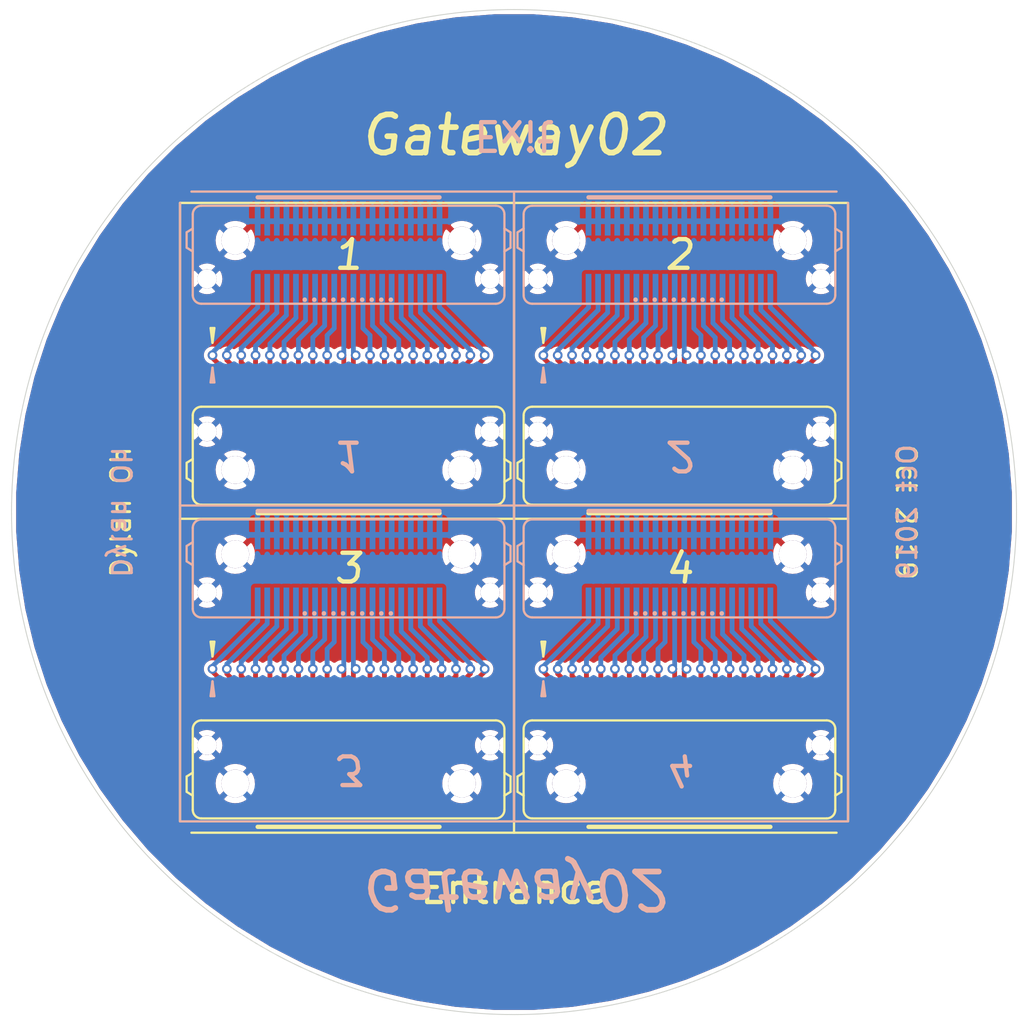
<source format=kicad_pcb>
(kicad_pcb (version 20171130) (host pcbnew "(5.1.4)-1")
  (layers (0 F.Cu signal) (31 B.Cu signal) (34 B.Paste user) (35 F.Paste user) (36 B.SilkS user) (37 F.SilkS user) (38 B.Mask user) (39 F.Mask user) (44 Edge.Cuts user))
  (net 0 "")
  (net 1 GND)
  (net 2 "Net-(U3-Pad2)")
  (net 3 "Net-(U3-Pad4)")
  (net 4 "Net-(U3-Pad6)")
  (net 5 "Net-(U3-Pad8)")
  (net 6 "Net-(U3-Pad10)")
  (net 7 "Net-(U3-Pad12)")
  (net 8 "Net-(U3-Pad14)")
  (net 9 "Net-(U3-Pad16)")
  (net 10 "Net-(U3-Pad18)")
  (net 11 "Net-(U3-Pad20)")
  (net 12 "Net-(U1-Pad2)")
  (net 13 "Net-(U1-Pad4)")
  (net 14 "Net-(U1-Pad6)")
  (net 15 "Net-(U1-Pad8)")
  (net 16 "Net-(U1-Pad10)")
  (net 17 "Net-(U1-Pad12)")
  (net 18 "Net-(U1-Pad14)")
  (net 19 "Net-(U1-Pad16)")
  (net 20 "Net-(U1-Pad18)")
  (net 21 "Net-(U1-Pad20)")
  (net 22 "Net-(U5-Pad2)")
  (net 23 "Net-(U5-Pad4)")
  (net 24 "Net-(U5-Pad6)")
  (net 25 "Net-(U5-Pad8)")
  (net 26 "Net-(U5-Pad10)")
  (net 27 "Net-(U5-Pad12)")
  (net 28 "Net-(U5-Pad14)")
  (net 29 "Net-(U5-Pad16)")
  (net 30 "Net-(U5-Pad18)")
  (net 31 "Net-(U5-Pad20)")
  (net 32 "Net-(U7-Pad2)")
  (net 33 "Net-(U7-Pad4)")
  (net 34 "Net-(U7-Pad6)")
  (net 35 "Net-(U7-Pad8)")
  (net 36 "Net-(U7-Pad10)")
  (net 37 "Net-(U7-Pad12)")
  (net 38 "Net-(U7-Pad14)")
  (net 39 "Net-(U7-Pad16)")
  (net 40 "Net-(U7-Pad18)")
  (net 41 "Net-(U7-Pad20)")
  (net 42 "Net-(U1-Pad22)")
  (net 43 "Net-(U1-Pad24)")
  (net 44 "Net-(U1-Pad26)")
  (net 45 "Net-(U1-Pad28)")
  (net 46 "Net-(U1-Pad30)")
  (net 47 "Net-(U1-Pad32)")
  (net 48 "Net-(U1-Pad34)")
  (net 49 "Net-(U1-Pad36)")
  (net 50 "Net-(U1-Pad38)")
  (net 51 "Net-(U1-Pad40)")
  (net 52 "Net-(U3-Pad40)")
  (net 53 "Net-(U3-Pad38)")
  (net 54 "Net-(U3-Pad36)")
  (net 55 "Net-(U3-Pad34)")
  (net 56 "Net-(U3-Pad32)")
  (net 57 "Net-(U3-Pad30)")
  (net 58 "Net-(U3-Pad28)")
  (net 59 "Net-(U3-Pad26)")
  (net 60 "Net-(U3-Pad24)")
  (net 61 "Net-(U3-Pad22)")
  (net 62 "Net-(U5-Pad22)")
  (net 63 "Net-(U5-Pad24)")
  (net 64 "Net-(U5-Pad26)")
  (net 65 "Net-(U5-Pad28)")
  (net 66 "Net-(U5-Pad30)")
  (net 67 "Net-(U5-Pad32)")
  (net 68 "Net-(U5-Pad34)")
  (net 69 "Net-(U5-Pad36)")
  (net 70 "Net-(U5-Pad38)")
  (net 71 "Net-(U5-Pad40)")
  (net 72 "Net-(U7-Pad40)")
  (net 73 "Net-(U7-Pad38)")
  (net 74 "Net-(U7-Pad36)")
  (net 75 "Net-(U7-Pad34)")
  (net 76 "Net-(U7-Pad32)")
  (net 77 "Net-(U7-Pad30)")
  (net 78 "Net-(U7-Pad28)")
  (net 79 "Net-(U7-Pad26)")
  (net 80 "Net-(U7-Pad24)")
  (net 81 "Net-(U7-Pad22)")
  (module Gateway02:LSHM-120-02.5-L-DV-A-S-TR (layer F.Cu) (at 102.494 110.693)
    (fp_text reference U8 hide)
    (fp_text value LSHM-120-02.5-L-DV-A-S-TR hide)
    (pad 21 smd rect (at -0.25 1.75) (size 0.3 1.5) (layers F.Cu F.Paste F.Mask) (net 1 GND) (clearance 0.05))
    (pad 22 smd rect (at -0.25 -1.75) (size 0.3 1.5) (layers F.Cu F.Paste F.Mask) (net 81 "Net-(U7-Pad22)") (clearance 0.05))
    (pad 23 smd rect (at -0.75 1.75) (size 0.3 1.5) (layers F.Cu F.Paste F.Mask) (net 1 GND) (clearance 0.05))
    (pad 24 smd rect (at -0.75 -1.75) (size 0.3 1.5) (layers F.Cu F.Paste F.Mask) (net 80 "Net-(U7-Pad24)") (clearance 0.05))
    (pad 25 smd rect (at -1.25 1.75) (size 0.3 1.5) (layers F.Cu F.Paste F.Mask) (net 1 GND) (clearance 0.05))
    (pad 26 smd rect (at -1.25 -1.75) (size 0.3 1.5) (layers F.Cu F.Paste F.Mask) (net 79 "Net-(U7-Pad26)") (clearance 0.05))
    (pad 27 smd rect (at -1.75 1.75) (size 0.3 1.5) (layers F.Cu F.Paste F.Mask) (net 1 GND) (clearance 0.05))
    (pad 28 smd rect (at -1.75 -1.75) (size 0.3 1.5) (layers F.Cu F.Paste F.Mask) (net 78 "Net-(U7-Pad28)") (clearance 0.05))
    (pad 29 smd rect (at -2.25 1.75) (size 0.3 1.5) (layers F.Cu F.Paste F.Mask) (net 1 GND) (clearance 0.05))
    (pad 30 smd rect (at -2.25 -1.75) (size 0.3 1.5) (layers F.Cu F.Paste F.Mask) (net 77 "Net-(U7-Pad30)") (clearance 0.05))
    (pad 31 smd rect (at -2.75 1.75) (size 0.3 1.5) (layers F.Cu F.Paste F.Mask) (net 1 GND) (clearance 0.05))
    (pad 32 smd rect (at -2.75 -1.75) (size 0.3 1.5) (layers F.Cu F.Paste F.Mask) (net 76 "Net-(U7-Pad32)") (clearance 0.05))
    (pad 33 smd rect (at -3.25 1.75) (size 0.3 1.5) (layers F.Cu F.Paste F.Mask) (net 1 GND) (clearance 0.05))
    (pad 34 smd rect (at -3.25 -1.75) (size 0.3 1.5) (layers F.Cu F.Paste F.Mask) (net 75 "Net-(U7-Pad34)") (clearance 0.05))
    (pad 35 smd rect (at -3.75 1.75) (size 0.3 1.5) (layers F.Cu F.Paste F.Mask) (net 1 GND) (clearance 0.05))
    (pad 36 smd rect (at -3.75 -1.75) (size 0.3 1.5) (layers F.Cu F.Paste F.Mask) (net 74 "Net-(U7-Pad36)") (clearance 0.05))
    (pad 37 smd rect (at -4.25 1.75) (size 0.3 1.5) (layers F.Cu F.Paste F.Mask) (net 1 GND) (clearance 0.05))
    (pad 38 smd rect (at -4.25 -1.75) (size 0.3 1.5) (layers F.Cu F.Paste F.Mask) (net 73 "Net-(U7-Pad38)") (clearance 0.05))
    (pad 39 smd rect (at -4.75 1.75) (size 0.3 1.5) (layers F.Cu F.Paste F.Mask) (net 1 GND) (clearance 0.05))
    (pad 40 smd rect (at -4.75 -1.75) (size 0.3 1.5) (layers F.Cu F.Paste F.Mask) (net 72 "Net-(U7-Pad40)") (clearance 0.05))
    (pad 0 thru_hole circle (at -7.395 -1.26) (size 1 1) (drill 1) (layers *.Cu *.Mask) (net 1 GND))
    (pad 0 thru_hole circle (at 7.395 -1.26) (size 1 1) (drill 1) (layers *.Cu *.Mask) (net 1 GND))
    (pad 0 thru_hole circle (at -5.92 0.74) (size 1.45 1.45) (drill 1.45) (layers *.Cu *.Mask) (net 1 GND))
    (pad 0 thru_hole circle (at 5.92 0.74) (size 1.45 1.45) (drill 1.45) (layers *.Cu *.Mask) (net 1 GND))
    (pad 4 smd rect (at 4.25 -1.75) (size 0.3 1.5) (layers F.Cu F.Paste F.Mask) (net 33 "Net-(U7-Pad4)") (clearance 0.05))
    (pad 10 smd rect (at 2.75 -1.75) (size 0.3 1.5) (layers F.Cu F.Paste F.Mask) (net 36 "Net-(U7-Pad10)") (clearance 0.05))
    (pad 18 smd rect (at 0.75 -1.75) (size 0.3 1.5) (layers F.Cu F.Paste F.Mask) (net 40 "Net-(U7-Pad18)") (clearance 0.05))
    (pad 2 smd rect (at 4.75 -1.75) (size 0.3 1.5) (layers F.Cu F.Paste F.Mask) (net 32 "Net-(U7-Pad2)") (clearance 0.05))
    (pad 14 smd rect (at 1.75 -1.75) (size 0.3 1.5) (layers F.Cu F.Paste F.Mask) (net 38 "Net-(U7-Pad14)") (clearance 0.05))
    (pad 12 smd rect (at 2.25 -1.75) (size 0.3 1.5) (layers F.Cu F.Paste F.Mask) (net 37 "Net-(U7-Pad12)") (clearance 0.05))
    (pad 20 smd rect (at 0.25 -1.75) (size 0.3 1.5) (layers F.Cu F.Paste F.Mask) (net 41 "Net-(U7-Pad20)") (clearance 0.05))
    (pad 6 smd rect (at 3.75 -1.75) (size 0.3 1.5) (layers F.Cu F.Paste F.Mask) (net 34 "Net-(U7-Pad6)") (clearance 0.05))
    (pad 16 smd rect (at 1.25 -1.75) (size 0.3 1.5) (layers F.Cu F.Paste F.Mask) (net 39 "Net-(U7-Pad16)") (clearance 0.05))
    (pad 8 smd rect (at 3.25 -1.75) (size 0.3 1.5) (layers F.Cu F.Paste F.Mask) (net 35 "Net-(U7-Pad8)") (clearance 0.05))
    (pad 3 smd rect (at 4.25 1.75) (size 0.3 1.5) (layers F.Cu F.Paste F.Mask) (net 1 GND) (clearance 0.05))
    (pad 9 smd rect (at 2.75 1.75) (size 0.3 1.5) (layers F.Cu F.Paste F.Mask) (net 1 GND) (clearance 0.05))
    (pad 17 smd rect (at 0.75 1.75) (size 0.3 1.5) (layers F.Cu F.Paste F.Mask) (net 1 GND) (clearance 0.05))
    (pad 1 smd rect (at 4.75 1.75) (size 0.3 1.5) (layers F.Cu F.Paste F.Mask) (net 1 GND) (clearance 0.05))
    (pad 13 smd rect (at 1.75 1.75) (size 0.3 1.5) (layers F.Cu F.Paste F.Mask) (net 1 GND) (clearance 0.05))
    (pad 11 smd rect (at 2.25 1.75) (size 0.3 1.5) (layers F.Cu F.Paste F.Mask) (net 1 GND) (clearance 0.05))
    (pad 19 smd rect (at 0.25 1.75) (size 0.3 1.5) (layers F.Cu F.Paste F.Mask) (net 1 GND) (clearance 0.05))
    (pad 5 smd rect (at 3.75 1.75) (size 0.3 1.5) (layers F.Cu F.Paste F.Mask) (net 1 GND) (clearance 0.05))
    (pad 15 smd rect (at 1.25 1.75) (size 0.3 1.5) (layers F.Cu F.Paste F.Mask) (net 1 GND) (clearance 0.05))
    (pad 7 smd rect (at 3.25 1.75) (size 0.3 1.5) (layers F.Cu F.Paste F.Mask) (net 1 GND) (clearance 0.05))
  )
  (module Gateway02:LSHM-120-02.5-L-DV-A-S-TR (layer B.Cu) (at 102.494 100.193)
    (fp_text reference U7 hide)
    (fp_text value LSHM-120-02.5-L-DV-A-S-TR hide)
    (pad 7 smd rect (at 3.25 -1.75) (size 0.3 1.5) (layers B.Cu B.Paste B.Mask) (net 1 GND) (clearance 0.05))
    (pad 15 smd rect (at 1.25 -1.75) (size 0.3 1.5) (layers B.Cu B.Paste B.Mask) (net 1 GND) (clearance 0.05))
    (pad 5 smd rect (at 3.75 -1.75) (size 0.3 1.5) (layers B.Cu B.Paste B.Mask) (net 1 GND) (clearance 0.05))
    (pad 19 smd rect (at 0.25 -1.75) (size 0.3 1.5) (layers B.Cu B.Paste B.Mask) (net 1 GND) (clearance 0.05))
    (pad 11 smd rect (at 2.25 -1.75) (size 0.3 1.5) (layers B.Cu B.Paste B.Mask) (net 1 GND) (clearance 0.05))
    (pad 13 smd rect (at 1.75 -1.75) (size 0.3 1.5) (layers B.Cu B.Paste B.Mask) (net 1 GND) (clearance 0.05))
    (pad 1 smd rect (at 4.75 -1.75) (size 0.3 1.5) (layers B.Cu B.Paste B.Mask) (net 1 GND) (clearance 0.05))
    (pad 17 smd rect (at 0.75 -1.75) (size 0.3 1.5) (layers B.Cu B.Paste B.Mask) (net 1 GND) (clearance 0.05))
    (pad 9 smd rect (at 2.75 -1.75) (size 0.3 1.5) (layers B.Cu B.Paste B.Mask) (net 1 GND) (clearance 0.05))
    (pad 3 smd rect (at 4.25 -1.75) (size 0.3 1.5) (layers B.Cu B.Paste B.Mask) (net 1 GND) (clearance 0.05))
    (pad 8 smd rect (at 3.25 1.75) (size 0.3 1.5) (layers B.Cu B.Paste B.Mask) (net 35 "Net-(U7-Pad8)") (clearance 0.05))
    (pad 16 smd rect (at 1.25 1.75) (size 0.3 1.5) (layers B.Cu B.Paste B.Mask) (net 39 "Net-(U7-Pad16)") (clearance 0.05))
    (pad 6 smd rect (at 3.75 1.75) (size 0.3 1.5) (layers B.Cu B.Paste B.Mask) (net 34 "Net-(U7-Pad6)") (clearance 0.05))
    (pad 20 smd rect (at 0.25 1.75) (size 0.3 1.5) (layers B.Cu B.Paste B.Mask) (net 41 "Net-(U7-Pad20)") (clearance 0.05))
    (pad 12 smd rect (at 2.25 1.75) (size 0.3 1.5) (layers B.Cu B.Paste B.Mask) (net 37 "Net-(U7-Pad12)") (clearance 0.05))
    (pad 14 smd rect (at 1.75 1.75) (size 0.3 1.5) (layers B.Cu B.Paste B.Mask) (net 38 "Net-(U7-Pad14)") (clearance 0.05))
    (pad 2 smd rect (at 4.75 1.75) (size 0.3 1.5) (layers B.Cu B.Paste B.Mask) (net 32 "Net-(U7-Pad2)") (clearance 0.05))
    (pad 18 smd rect (at 0.75 1.75) (size 0.3 1.5) (layers B.Cu B.Paste B.Mask) (net 40 "Net-(U7-Pad18)") (clearance 0.05))
    (pad 10 smd rect (at 2.75 1.75) (size 0.3 1.5) (layers B.Cu B.Paste B.Mask) (net 36 "Net-(U7-Pad10)") (clearance 0.05))
    (pad 4 smd rect (at 4.25 1.75) (size 0.3 1.5) (layers B.Cu B.Paste B.Mask) (net 33 "Net-(U7-Pad4)") (clearance 0.05))
    (pad 0 thru_hole circle (at 5.92 -0.74) (size 1.45 1.45) (drill 1.45) (layers *.Cu *.Mask) (net 1 GND))
    (pad 0 thru_hole circle (at -5.92 -0.74) (size 1.45 1.45) (drill 1.45) (layers *.Cu *.Mask) (net 1 GND))
    (pad 0 thru_hole circle (at 7.395 1.26) (size 1 1) (drill 1) (layers *.Cu *.Mask) (net 1 GND))
    (pad 0 thru_hole circle (at -7.395 1.26) (size 1 1) (drill 1) (layers *.Cu *.Mask) (net 1 GND))
    (pad 40 smd rect (at -4.75 1.75) (size 0.3 1.5) (layers B.Cu B.Paste B.Mask) (net 72 "Net-(U7-Pad40)") (clearance 0.05))
    (pad 39 smd rect (at -4.75 -1.75) (size 0.3 1.5) (layers B.Cu B.Paste B.Mask) (net 1 GND) (clearance 0.05))
    (pad 38 smd rect (at -4.25 1.75) (size 0.3 1.5) (layers B.Cu B.Paste B.Mask) (net 73 "Net-(U7-Pad38)") (clearance 0.05))
    (pad 37 smd rect (at -4.25 -1.75) (size 0.3 1.5) (layers B.Cu B.Paste B.Mask) (net 1 GND) (clearance 0.05))
    (pad 36 smd rect (at -3.75 1.75) (size 0.3 1.5) (layers B.Cu B.Paste B.Mask) (net 74 "Net-(U7-Pad36)") (clearance 0.05))
    (pad 35 smd rect (at -3.75 -1.75) (size 0.3 1.5) (layers B.Cu B.Paste B.Mask) (net 1 GND) (clearance 0.05))
    (pad 34 smd rect (at -3.25 1.75) (size 0.3 1.5) (layers B.Cu B.Paste B.Mask) (net 75 "Net-(U7-Pad34)") (clearance 0.05))
    (pad 33 smd rect (at -3.25 -1.75) (size 0.3 1.5) (layers B.Cu B.Paste B.Mask) (net 1 GND) (clearance 0.05))
    (pad 32 smd rect (at -2.75 1.75) (size 0.3 1.5) (layers B.Cu B.Paste B.Mask) (net 76 "Net-(U7-Pad32)") (clearance 0.05))
    (pad 31 smd rect (at -2.75 -1.75) (size 0.3 1.5) (layers B.Cu B.Paste B.Mask) (net 1 GND) (clearance 0.05))
    (pad 30 smd rect (at -2.25 1.75) (size 0.3 1.5) (layers B.Cu B.Paste B.Mask) (net 77 "Net-(U7-Pad30)") (clearance 0.05))
    (pad 29 smd rect (at -2.25 -1.75) (size 0.3 1.5) (layers B.Cu B.Paste B.Mask) (net 1 GND) (clearance 0.05))
    (pad 28 smd rect (at -1.75 1.75) (size 0.3 1.5) (layers B.Cu B.Paste B.Mask) (net 78 "Net-(U7-Pad28)") (clearance 0.05))
    (pad 27 smd rect (at -1.75 -1.75) (size 0.3 1.5) (layers B.Cu B.Paste B.Mask) (net 1 GND) (clearance 0.05))
    (pad 26 smd rect (at -1.25 1.75) (size 0.3 1.5) (layers B.Cu B.Paste B.Mask) (net 79 "Net-(U7-Pad26)") (clearance 0.05))
    (pad 25 smd rect (at -1.25 -1.75) (size 0.3 1.5) (layers B.Cu B.Paste B.Mask) (net 1 GND) (clearance 0.05))
    (pad 24 smd rect (at -0.75 1.75) (size 0.3 1.5) (layers B.Cu B.Paste B.Mask) (net 80 "Net-(U7-Pad24)") (clearance 0.05))
    (pad 23 smd rect (at -0.75 -1.75) (size 0.3 1.5) (layers B.Cu B.Paste B.Mask) (net 1 GND) (clearance 0.05))
    (pad 22 smd rect (at -0.25 1.75) (size 0.3 1.5) (layers B.Cu B.Paste B.Mask) (net 81 "Net-(U7-Pad22)") (clearance 0.05))
    (pad 21 smd rect (at -0.25 -1.75) (size 0.3 1.5) (layers B.Cu B.Paste B.Mask) (net 1 GND) (clearance 0.05))
  )
  (module Gateway02:LSHM-120-02.5-L-DV-A-S-TR (layer F.Cu) (at 85.21 110.693)
    (fp_text reference U6 hide)
    (fp_text value LSHM-120-02.5-L-DV-A-S-TR hide)
    (pad 21 smd rect (at -0.25 1.75) (size 0.3 1.5) (layers F.Cu F.Paste F.Mask) (net 1 GND) (clearance 0.05))
    (pad 22 smd rect (at -0.25 -1.75) (size 0.3 1.5) (layers F.Cu F.Paste F.Mask) (net 62 "Net-(U5-Pad22)") (clearance 0.05))
    (pad 23 smd rect (at -0.75 1.75) (size 0.3 1.5) (layers F.Cu F.Paste F.Mask) (net 1 GND) (clearance 0.05))
    (pad 24 smd rect (at -0.75 -1.75) (size 0.3 1.5) (layers F.Cu F.Paste F.Mask) (net 63 "Net-(U5-Pad24)") (clearance 0.05))
    (pad 25 smd rect (at -1.25 1.75) (size 0.3 1.5) (layers F.Cu F.Paste F.Mask) (net 1 GND) (clearance 0.05))
    (pad 26 smd rect (at -1.25 -1.75) (size 0.3 1.5) (layers F.Cu F.Paste F.Mask) (net 64 "Net-(U5-Pad26)") (clearance 0.05))
    (pad 27 smd rect (at -1.75 1.75) (size 0.3 1.5) (layers F.Cu F.Paste F.Mask) (net 1 GND) (clearance 0.05))
    (pad 28 smd rect (at -1.75 -1.75) (size 0.3 1.5) (layers F.Cu F.Paste F.Mask) (net 65 "Net-(U5-Pad28)") (clearance 0.05))
    (pad 29 smd rect (at -2.25 1.75) (size 0.3 1.5) (layers F.Cu F.Paste F.Mask) (net 1 GND) (clearance 0.05))
    (pad 30 smd rect (at -2.25 -1.75) (size 0.3 1.5) (layers F.Cu F.Paste F.Mask) (net 66 "Net-(U5-Pad30)") (clearance 0.05))
    (pad 31 smd rect (at -2.75 1.75) (size 0.3 1.5) (layers F.Cu F.Paste F.Mask) (net 1 GND) (clearance 0.05))
    (pad 32 smd rect (at -2.75 -1.75) (size 0.3 1.5) (layers F.Cu F.Paste F.Mask) (net 67 "Net-(U5-Pad32)") (clearance 0.05))
    (pad 33 smd rect (at -3.25 1.75) (size 0.3 1.5) (layers F.Cu F.Paste F.Mask) (net 1 GND) (clearance 0.05))
    (pad 34 smd rect (at -3.25 -1.75) (size 0.3 1.5) (layers F.Cu F.Paste F.Mask) (net 68 "Net-(U5-Pad34)") (clearance 0.05))
    (pad 35 smd rect (at -3.75 1.75) (size 0.3 1.5) (layers F.Cu F.Paste F.Mask) (net 1 GND) (clearance 0.05))
    (pad 36 smd rect (at -3.75 -1.75) (size 0.3 1.5) (layers F.Cu F.Paste F.Mask) (net 69 "Net-(U5-Pad36)") (clearance 0.05))
    (pad 37 smd rect (at -4.25 1.75) (size 0.3 1.5) (layers F.Cu F.Paste F.Mask) (net 1 GND) (clearance 0.05))
    (pad 38 smd rect (at -4.25 -1.75) (size 0.3 1.5) (layers F.Cu F.Paste F.Mask) (net 70 "Net-(U5-Pad38)") (clearance 0.05))
    (pad 39 smd rect (at -4.75 1.75) (size 0.3 1.5) (layers F.Cu F.Paste F.Mask) (net 1 GND) (clearance 0.05))
    (pad 40 smd rect (at -4.75 -1.75) (size 0.3 1.5) (layers F.Cu F.Paste F.Mask) (net 71 "Net-(U5-Pad40)") (clearance 0.05))
    (pad 0 thru_hole circle (at -7.395 -1.26) (size 1 1) (drill 1) (layers *.Cu *.Mask) (net 1 GND))
    (pad 0 thru_hole circle (at 7.395 -1.26) (size 1 1) (drill 1) (layers *.Cu *.Mask) (net 1 GND))
    (pad 0 thru_hole circle (at -5.92 0.74) (size 1.45 1.45) (drill 1.45) (layers *.Cu *.Mask) (net 1 GND))
    (pad 0 thru_hole circle (at 5.92 0.74) (size 1.45 1.45) (drill 1.45) (layers *.Cu *.Mask) (net 1 GND))
    (pad 4 smd rect (at 4.25 -1.75) (size 0.3 1.5) (layers F.Cu F.Paste F.Mask) (net 23 "Net-(U5-Pad4)") (clearance 0.05))
    (pad 10 smd rect (at 2.75 -1.75) (size 0.3 1.5) (layers F.Cu F.Paste F.Mask) (net 26 "Net-(U5-Pad10)") (clearance 0.05))
    (pad 18 smd rect (at 0.75 -1.75) (size 0.3 1.5) (layers F.Cu F.Paste F.Mask) (net 30 "Net-(U5-Pad18)") (clearance 0.05))
    (pad 2 smd rect (at 4.75 -1.75) (size 0.3 1.5) (layers F.Cu F.Paste F.Mask) (net 22 "Net-(U5-Pad2)") (clearance 0.05))
    (pad 14 smd rect (at 1.75 -1.75) (size 0.3 1.5) (layers F.Cu F.Paste F.Mask) (net 28 "Net-(U5-Pad14)") (clearance 0.05))
    (pad 12 smd rect (at 2.25 -1.75) (size 0.3 1.5) (layers F.Cu F.Paste F.Mask) (net 27 "Net-(U5-Pad12)") (clearance 0.05))
    (pad 20 smd rect (at 0.25 -1.75) (size 0.3 1.5) (layers F.Cu F.Paste F.Mask) (net 31 "Net-(U5-Pad20)") (clearance 0.05))
    (pad 6 smd rect (at 3.75 -1.75) (size 0.3 1.5) (layers F.Cu F.Paste F.Mask) (net 24 "Net-(U5-Pad6)") (clearance 0.05))
    (pad 16 smd rect (at 1.25 -1.75) (size 0.3 1.5) (layers F.Cu F.Paste F.Mask) (net 29 "Net-(U5-Pad16)") (clearance 0.05))
    (pad 8 smd rect (at 3.25 -1.75) (size 0.3 1.5) (layers F.Cu F.Paste F.Mask) (net 25 "Net-(U5-Pad8)") (clearance 0.05))
    (pad 3 smd rect (at 4.25 1.75) (size 0.3 1.5) (layers F.Cu F.Paste F.Mask) (net 1 GND) (clearance 0.05))
    (pad 9 smd rect (at 2.75 1.75) (size 0.3 1.5) (layers F.Cu F.Paste F.Mask) (net 1 GND) (clearance 0.05))
    (pad 17 smd rect (at 0.75 1.75) (size 0.3 1.5) (layers F.Cu F.Paste F.Mask) (net 1 GND) (clearance 0.05))
    (pad 1 smd rect (at 4.75 1.75) (size 0.3 1.5) (layers F.Cu F.Paste F.Mask) (net 1 GND) (clearance 0.05))
    (pad 13 smd rect (at 1.75 1.75) (size 0.3 1.5) (layers F.Cu F.Paste F.Mask) (net 1 GND) (clearance 0.05))
    (pad 11 smd rect (at 2.25 1.75) (size 0.3 1.5) (layers F.Cu F.Paste F.Mask) (net 1 GND) (clearance 0.05))
    (pad 19 smd rect (at 0.25 1.75) (size 0.3 1.5) (layers F.Cu F.Paste F.Mask) (net 1 GND) (clearance 0.05))
    (pad 5 smd rect (at 3.75 1.75) (size 0.3 1.5) (layers F.Cu F.Paste F.Mask) (net 1 GND) (clearance 0.05))
    (pad 15 smd rect (at 1.25 1.75) (size 0.3 1.5) (layers F.Cu F.Paste F.Mask) (net 1 GND) (clearance 0.05))
    (pad 7 smd rect (at 3.25 1.75) (size 0.3 1.5) (layers F.Cu F.Paste F.Mask) (net 1 GND) (clearance 0.05))
  )
  (module Gateway02:LSHM-120-02.5-L-DV-A-S-TR (layer B.Cu) (at 85.21 100.193)
    (fp_text reference U5 hide)
    (fp_text value LSHM-120-02.5-L-DV-A-S-TR hide)
    (pad 21 smd rect (at -0.25 -1.75) (size 0.3 1.5) (layers B.Cu B.Paste B.Mask) (net 1 GND) (clearance 0.05))
    (pad 22 smd rect (at -0.25 1.75) (size 0.3 1.5) (layers B.Cu B.Paste B.Mask) (net 62 "Net-(U5-Pad22)") (clearance 0.05))
    (pad 23 smd rect (at -0.75 -1.75) (size 0.3 1.5) (layers B.Cu B.Paste B.Mask) (net 1 GND) (clearance 0.05))
    (pad 24 smd rect (at -0.75 1.75) (size 0.3 1.5) (layers B.Cu B.Paste B.Mask) (net 63 "Net-(U5-Pad24)") (clearance 0.05))
    (pad 25 smd rect (at -1.25 -1.75) (size 0.3 1.5) (layers B.Cu B.Paste B.Mask) (net 1 GND) (clearance 0.05))
    (pad 26 smd rect (at -1.25 1.75) (size 0.3 1.5) (layers B.Cu B.Paste B.Mask) (net 64 "Net-(U5-Pad26)") (clearance 0.05))
    (pad 27 smd rect (at -1.75 -1.75) (size 0.3 1.5) (layers B.Cu B.Paste B.Mask) (net 1 GND) (clearance 0.05))
    (pad 28 smd rect (at -1.75 1.75) (size 0.3 1.5) (layers B.Cu B.Paste B.Mask) (net 65 "Net-(U5-Pad28)") (clearance 0.05))
    (pad 29 smd rect (at -2.25 -1.75) (size 0.3 1.5) (layers B.Cu B.Paste B.Mask) (net 1 GND) (clearance 0.05))
    (pad 30 smd rect (at -2.25 1.75) (size 0.3 1.5) (layers B.Cu B.Paste B.Mask) (net 66 "Net-(U5-Pad30)") (clearance 0.05))
    (pad 31 smd rect (at -2.75 -1.75) (size 0.3 1.5) (layers B.Cu B.Paste B.Mask) (net 1 GND) (clearance 0.05))
    (pad 32 smd rect (at -2.75 1.75) (size 0.3 1.5) (layers B.Cu B.Paste B.Mask) (net 67 "Net-(U5-Pad32)") (clearance 0.05))
    (pad 33 smd rect (at -3.25 -1.75) (size 0.3 1.5) (layers B.Cu B.Paste B.Mask) (net 1 GND) (clearance 0.05))
    (pad 34 smd rect (at -3.25 1.75) (size 0.3 1.5) (layers B.Cu B.Paste B.Mask) (net 68 "Net-(U5-Pad34)") (clearance 0.05))
    (pad 35 smd rect (at -3.75 -1.75) (size 0.3 1.5) (layers B.Cu B.Paste B.Mask) (net 1 GND) (clearance 0.05))
    (pad 36 smd rect (at -3.75 1.75) (size 0.3 1.5) (layers B.Cu B.Paste B.Mask) (net 69 "Net-(U5-Pad36)") (clearance 0.05))
    (pad 37 smd rect (at -4.25 -1.75) (size 0.3 1.5) (layers B.Cu B.Paste B.Mask) (net 1 GND) (clearance 0.05))
    (pad 38 smd rect (at -4.25 1.75) (size 0.3 1.5) (layers B.Cu B.Paste B.Mask) (net 70 "Net-(U5-Pad38)") (clearance 0.05))
    (pad 39 smd rect (at -4.75 -1.75) (size 0.3 1.5) (layers B.Cu B.Paste B.Mask) (net 1 GND) (clearance 0.05))
    (pad 40 smd rect (at -4.75 1.75) (size 0.3 1.5) (layers B.Cu B.Paste B.Mask) (net 71 "Net-(U5-Pad40)") (clearance 0.05))
    (pad 0 thru_hole circle (at -7.395 1.26) (size 1 1) (drill 1) (layers *.Cu *.Mask) (net 1 GND))
    (pad 0 thru_hole circle (at 7.395 1.26) (size 1 1) (drill 1) (layers *.Cu *.Mask) (net 1 GND))
    (pad 0 thru_hole circle (at -5.92 -0.74) (size 1.45 1.45) (drill 1.45) (layers *.Cu *.Mask) (net 1 GND))
    (pad 0 thru_hole circle (at 5.92 -0.74) (size 1.45 1.45) (drill 1.45) (layers *.Cu *.Mask) (net 1 GND))
    (pad 4 smd rect (at 4.25 1.75) (size 0.3 1.5) (layers B.Cu B.Paste B.Mask) (net 23 "Net-(U5-Pad4)") (clearance 0.05))
    (pad 10 smd rect (at 2.75 1.75) (size 0.3 1.5) (layers B.Cu B.Paste B.Mask) (net 26 "Net-(U5-Pad10)") (clearance 0.05))
    (pad 18 smd rect (at 0.75 1.75) (size 0.3 1.5) (layers B.Cu B.Paste B.Mask) (net 30 "Net-(U5-Pad18)") (clearance 0.05))
    (pad 2 smd rect (at 4.75 1.75) (size 0.3 1.5) (layers B.Cu B.Paste B.Mask) (net 22 "Net-(U5-Pad2)") (clearance 0.05))
    (pad 14 smd rect (at 1.75 1.75) (size 0.3 1.5) (layers B.Cu B.Paste B.Mask) (net 28 "Net-(U5-Pad14)") (clearance 0.05))
    (pad 12 smd rect (at 2.25 1.75) (size 0.3 1.5) (layers B.Cu B.Paste B.Mask) (net 27 "Net-(U5-Pad12)") (clearance 0.05))
    (pad 20 smd rect (at 0.25 1.75) (size 0.3 1.5) (layers B.Cu B.Paste B.Mask) (net 31 "Net-(U5-Pad20)") (clearance 0.05))
    (pad 6 smd rect (at 3.75 1.75) (size 0.3 1.5) (layers B.Cu B.Paste B.Mask) (net 24 "Net-(U5-Pad6)") (clearance 0.05))
    (pad 16 smd rect (at 1.25 1.75) (size 0.3 1.5) (layers B.Cu B.Paste B.Mask) (net 29 "Net-(U5-Pad16)") (clearance 0.05))
    (pad 8 smd rect (at 3.25 1.75) (size 0.3 1.5) (layers B.Cu B.Paste B.Mask) (net 25 "Net-(U5-Pad8)") (clearance 0.05))
    (pad 3 smd rect (at 4.25 -1.75) (size 0.3 1.5) (layers B.Cu B.Paste B.Mask) (net 1 GND) (clearance 0.05))
    (pad 9 smd rect (at 2.75 -1.75) (size 0.3 1.5) (layers B.Cu B.Paste B.Mask) (net 1 GND) (clearance 0.05))
    (pad 17 smd rect (at 0.75 -1.75) (size 0.3 1.5) (layers B.Cu B.Paste B.Mask) (net 1 GND) (clearance 0.05))
    (pad 1 smd rect (at 4.75 -1.75) (size 0.3 1.5) (layers B.Cu B.Paste B.Mask) (net 1 GND) (clearance 0.05))
    (pad 13 smd rect (at 1.75 -1.75) (size 0.3 1.5) (layers B.Cu B.Paste B.Mask) (net 1 GND) (clearance 0.05))
    (pad 11 smd rect (at 2.25 -1.75) (size 0.3 1.5) (layers B.Cu B.Paste B.Mask) (net 1 GND) (clearance 0.05))
    (pad 19 smd rect (at 0.25 -1.75) (size 0.3 1.5) (layers B.Cu B.Paste B.Mask) (net 1 GND) (clearance 0.05))
    (pad 5 smd rect (at 3.75 -1.75) (size 0.3 1.5) (layers B.Cu B.Paste B.Mask) (net 1 GND) (clearance 0.05))
    (pad 15 smd rect (at 1.25 -1.75) (size 0.3 1.5) (layers B.Cu B.Paste B.Mask) (net 1 GND) (clearance 0.05))
    (pad 7 smd rect (at 3.25 -1.75) (size 0.3 1.5) (layers B.Cu B.Paste B.Mask) (net 1 GND) (clearance 0.05))
  )
  (module Gateway02:LSHM-120-02.5-L-DV-A-S-TR (layer F.Cu) (at 102.494 94.307)
    (fp_text reference U4 hide)
    (fp_text value LSHM-120-02.5-L-DV-A-S-TR hide)
    (pad 21 smd rect (at -0.25 1.75) (size 0.3 1.5) (layers F.Cu F.Paste F.Mask) (net 1 GND) (clearance 0.05))
    (pad 22 smd rect (at -0.25 -1.75) (size 0.3 1.5) (layers F.Cu F.Paste F.Mask) (net 61 "Net-(U3-Pad22)") (clearance 0.05))
    (pad 23 smd rect (at -0.75 1.75) (size 0.3 1.5) (layers F.Cu F.Paste F.Mask) (net 1 GND) (clearance 0.05))
    (pad 24 smd rect (at -0.75 -1.75) (size 0.3 1.5) (layers F.Cu F.Paste F.Mask) (net 60 "Net-(U3-Pad24)") (clearance 0.05))
    (pad 25 smd rect (at -1.25 1.75) (size 0.3 1.5) (layers F.Cu F.Paste F.Mask) (net 1 GND) (clearance 0.05))
    (pad 26 smd rect (at -1.25 -1.75) (size 0.3 1.5) (layers F.Cu F.Paste F.Mask) (net 59 "Net-(U3-Pad26)") (clearance 0.05))
    (pad 27 smd rect (at -1.75 1.75) (size 0.3 1.5) (layers F.Cu F.Paste F.Mask) (net 1 GND) (clearance 0.05))
    (pad 28 smd rect (at -1.75 -1.75) (size 0.3 1.5) (layers F.Cu F.Paste F.Mask) (net 58 "Net-(U3-Pad28)") (clearance 0.05))
    (pad 29 smd rect (at -2.25 1.75) (size 0.3 1.5) (layers F.Cu F.Paste F.Mask) (net 1 GND) (clearance 0.05))
    (pad 30 smd rect (at -2.25 -1.75) (size 0.3 1.5) (layers F.Cu F.Paste F.Mask) (net 57 "Net-(U3-Pad30)") (clearance 0.05))
    (pad 31 smd rect (at -2.75 1.75) (size 0.3 1.5) (layers F.Cu F.Paste F.Mask) (net 1 GND) (clearance 0.05))
    (pad 32 smd rect (at -2.75 -1.75) (size 0.3 1.5) (layers F.Cu F.Paste F.Mask) (net 56 "Net-(U3-Pad32)") (clearance 0.05))
    (pad 33 smd rect (at -3.25 1.75) (size 0.3 1.5) (layers F.Cu F.Paste F.Mask) (net 1 GND) (clearance 0.05))
    (pad 34 smd rect (at -3.25 -1.75) (size 0.3 1.5) (layers F.Cu F.Paste F.Mask) (net 55 "Net-(U3-Pad34)") (clearance 0.05))
    (pad 35 smd rect (at -3.75 1.75) (size 0.3 1.5) (layers F.Cu F.Paste F.Mask) (net 1 GND) (clearance 0.05))
    (pad 36 smd rect (at -3.75 -1.75) (size 0.3 1.5) (layers F.Cu F.Paste F.Mask) (net 54 "Net-(U3-Pad36)") (clearance 0.05))
    (pad 37 smd rect (at -4.25 1.75) (size 0.3 1.5) (layers F.Cu F.Paste F.Mask) (net 1 GND) (clearance 0.05))
    (pad 38 smd rect (at -4.25 -1.75) (size 0.3 1.5) (layers F.Cu F.Paste F.Mask) (net 53 "Net-(U3-Pad38)") (clearance 0.05))
    (pad 39 smd rect (at -4.75 1.75) (size 0.3 1.5) (layers F.Cu F.Paste F.Mask) (net 1 GND) (clearance 0.05))
    (pad 40 smd rect (at -4.75 -1.75) (size 0.3 1.5) (layers F.Cu F.Paste F.Mask) (net 52 "Net-(U3-Pad40)") (clearance 0.05))
    (pad 0 thru_hole circle (at -7.395 -1.26) (size 1 1) (drill 1) (layers *.Cu *.Mask) (net 1 GND))
    (pad 0 thru_hole circle (at 7.395 -1.26) (size 1 1) (drill 1) (layers *.Cu *.Mask) (net 1 GND))
    (pad 0 thru_hole circle (at -5.92 0.74) (size 1.45 1.45) (drill 1.45) (layers *.Cu *.Mask) (net 1 GND))
    (pad 0 thru_hole circle (at 5.92 0.74) (size 1.45 1.45) (drill 1.45) (layers *.Cu *.Mask) (net 1 GND))
    (pad 4 smd rect (at 4.25 -1.75) (size 0.3 1.5) (layers F.Cu F.Paste F.Mask) (net 3 "Net-(U3-Pad4)") (clearance 0.05))
    (pad 10 smd rect (at 2.75 -1.75) (size 0.3 1.5) (layers F.Cu F.Paste F.Mask) (net 6 "Net-(U3-Pad10)") (clearance 0.05))
    (pad 18 smd rect (at 0.75 -1.75) (size 0.3 1.5) (layers F.Cu F.Paste F.Mask) (net 10 "Net-(U3-Pad18)") (clearance 0.05))
    (pad 2 smd rect (at 4.75 -1.75) (size 0.3 1.5) (layers F.Cu F.Paste F.Mask) (net 2 "Net-(U3-Pad2)") (clearance 0.05))
    (pad 14 smd rect (at 1.75 -1.75) (size 0.3 1.5) (layers F.Cu F.Paste F.Mask) (net 8 "Net-(U3-Pad14)") (clearance 0.05))
    (pad 12 smd rect (at 2.25 -1.75) (size 0.3 1.5) (layers F.Cu F.Paste F.Mask) (net 7 "Net-(U3-Pad12)") (clearance 0.05))
    (pad 20 smd rect (at 0.25 -1.75) (size 0.3 1.5) (layers F.Cu F.Paste F.Mask) (net 11 "Net-(U3-Pad20)") (clearance 0.05))
    (pad 6 smd rect (at 3.75 -1.75) (size 0.3 1.5) (layers F.Cu F.Paste F.Mask) (net 4 "Net-(U3-Pad6)") (clearance 0.05))
    (pad 16 smd rect (at 1.25 -1.75) (size 0.3 1.5) (layers F.Cu F.Paste F.Mask) (net 9 "Net-(U3-Pad16)") (clearance 0.05))
    (pad 8 smd rect (at 3.25 -1.75) (size 0.3 1.5) (layers F.Cu F.Paste F.Mask) (net 5 "Net-(U3-Pad8)") (clearance 0.05))
    (pad 3 smd rect (at 4.25 1.75) (size 0.3 1.5) (layers F.Cu F.Paste F.Mask) (net 1 GND) (clearance 0.05))
    (pad 9 smd rect (at 2.75 1.75) (size 0.3 1.5) (layers F.Cu F.Paste F.Mask) (net 1 GND) (clearance 0.05))
    (pad 17 smd rect (at 0.75 1.75) (size 0.3 1.5) (layers F.Cu F.Paste F.Mask) (net 1 GND) (clearance 0.05))
    (pad 1 smd rect (at 4.75 1.75) (size 0.3 1.5) (layers F.Cu F.Paste F.Mask) (net 1 GND) (clearance 0.05))
    (pad 13 smd rect (at 1.75 1.75) (size 0.3 1.5) (layers F.Cu F.Paste F.Mask) (net 1 GND) (clearance 0.05))
    (pad 11 smd rect (at 2.25 1.75) (size 0.3 1.5) (layers F.Cu F.Paste F.Mask) (net 1 GND) (clearance 0.05))
    (pad 19 smd rect (at 0.25 1.75) (size 0.3 1.5) (layers F.Cu F.Paste F.Mask) (net 1 GND) (clearance 0.05))
    (pad 5 smd rect (at 3.75 1.75) (size 0.3 1.5) (layers F.Cu F.Paste F.Mask) (net 1 GND) (clearance 0.05))
    (pad 15 smd rect (at 1.25 1.75) (size 0.3 1.5) (layers F.Cu F.Paste F.Mask) (net 1 GND) (clearance 0.05))
    (pad 7 smd rect (at 3.25 1.75) (size 0.3 1.5) (layers F.Cu F.Paste F.Mask) (net 1 GND) (clearance 0.05))
  )
  (module Gateway02:LSHM-120-02.5-L-DV-A-S-TR (layer B.Cu) (at 102.494 83.807)
    (fp_text reference U3 hide)
    (fp_text value LSHM-120-02.5-L-DV-A-S-TR hide)
    (pad 7 smd rect (at 3.25 -1.75) (size 0.3 1.5) (layers B.Cu B.Paste B.Mask) (net 1 GND) (clearance 0.05))
    (pad 15 smd rect (at 1.25 -1.75) (size 0.3 1.5) (layers B.Cu B.Paste B.Mask) (net 1 GND) (clearance 0.05))
    (pad 5 smd rect (at 3.75 -1.75) (size 0.3 1.5) (layers B.Cu B.Paste B.Mask) (net 1 GND) (clearance 0.05))
    (pad 19 smd rect (at 0.25 -1.75) (size 0.3 1.5) (layers B.Cu B.Paste B.Mask) (net 1 GND) (clearance 0.05))
    (pad 11 smd rect (at 2.25 -1.75) (size 0.3 1.5) (layers B.Cu B.Paste B.Mask) (net 1 GND) (clearance 0.05))
    (pad 13 smd rect (at 1.75 -1.75) (size 0.3 1.5) (layers B.Cu B.Paste B.Mask) (net 1 GND) (clearance 0.05))
    (pad 1 smd rect (at 4.75 -1.75) (size 0.3 1.5) (layers B.Cu B.Paste B.Mask) (net 1 GND) (clearance 0.05))
    (pad 17 smd rect (at 0.75 -1.75) (size 0.3 1.5) (layers B.Cu B.Paste B.Mask) (net 1 GND) (clearance 0.05))
    (pad 9 smd rect (at 2.75 -1.75) (size 0.3 1.5) (layers B.Cu B.Paste B.Mask) (net 1 GND) (clearance 0.05))
    (pad 3 smd rect (at 4.25 -1.75) (size 0.3 1.5) (layers B.Cu B.Paste B.Mask) (net 1 GND) (clearance 0.05))
    (pad 8 smd rect (at 3.25 1.75) (size 0.3 1.5) (layers B.Cu B.Paste B.Mask) (net 5 "Net-(U3-Pad8)") (clearance 0.05))
    (pad 16 smd rect (at 1.25 1.75) (size 0.3 1.5) (layers B.Cu B.Paste B.Mask) (net 9 "Net-(U3-Pad16)") (clearance 0.05))
    (pad 6 smd rect (at 3.75 1.75) (size 0.3 1.5) (layers B.Cu B.Paste B.Mask) (net 4 "Net-(U3-Pad6)") (clearance 0.05))
    (pad 20 smd rect (at 0.25 1.75) (size 0.3 1.5) (layers B.Cu B.Paste B.Mask) (net 11 "Net-(U3-Pad20)") (clearance 0.05))
    (pad 12 smd rect (at 2.25 1.75) (size 0.3 1.5) (layers B.Cu B.Paste B.Mask) (net 7 "Net-(U3-Pad12)") (clearance 0.05))
    (pad 14 smd rect (at 1.75 1.75) (size 0.3 1.5) (layers B.Cu B.Paste B.Mask) (net 8 "Net-(U3-Pad14)") (clearance 0.05))
    (pad 2 smd rect (at 4.75 1.75) (size 0.3 1.5) (layers B.Cu B.Paste B.Mask) (net 2 "Net-(U3-Pad2)") (clearance 0.05))
    (pad 18 smd rect (at 0.75 1.75) (size 0.3 1.5) (layers B.Cu B.Paste B.Mask) (net 10 "Net-(U3-Pad18)") (clearance 0.05))
    (pad 10 smd rect (at 2.75 1.75) (size 0.3 1.5) (layers B.Cu B.Paste B.Mask) (net 6 "Net-(U3-Pad10)") (clearance 0.05))
    (pad 4 smd rect (at 4.25 1.75) (size 0.3 1.5) (layers B.Cu B.Paste B.Mask) (net 3 "Net-(U3-Pad4)") (clearance 0.05))
    (pad 0 thru_hole circle (at 5.92 -0.74) (size 1.45 1.45) (drill 1.45) (layers *.Cu *.Mask) (net 1 GND))
    (pad 0 thru_hole circle (at -5.92 -0.74) (size 1.45 1.45) (drill 1.45) (layers *.Cu *.Mask) (net 1 GND))
    (pad 0 thru_hole circle (at 7.395 1.26) (size 1 1) (drill 1) (layers *.Cu *.Mask) (net 1 GND))
    (pad 0 thru_hole circle (at -7.395 1.26) (size 1 1) (drill 1) (layers *.Cu *.Mask) (net 1 GND))
    (pad 40 smd rect (at -4.75 1.75) (size 0.3 1.5) (layers B.Cu B.Paste B.Mask) (net 52 "Net-(U3-Pad40)") (clearance 0.05))
    (pad 39 smd rect (at -4.75 -1.75) (size 0.3 1.5) (layers B.Cu B.Paste B.Mask) (net 1 GND) (clearance 0.05))
    (pad 38 smd rect (at -4.25 1.75) (size 0.3 1.5) (layers B.Cu B.Paste B.Mask) (net 53 "Net-(U3-Pad38)") (clearance 0.05))
    (pad 37 smd rect (at -4.25 -1.75) (size 0.3 1.5) (layers B.Cu B.Paste B.Mask) (net 1 GND) (clearance 0.05))
    (pad 36 smd rect (at -3.75 1.75) (size 0.3 1.5) (layers B.Cu B.Paste B.Mask) (net 54 "Net-(U3-Pad36)") (clearance 0.05))
    (pad 35 smd rect (at -3.75 -1.75) (size 0.3 1.5) (layers B.Cu B.Paste B.Mask) (net 1 GND) (clearance 0.05))
    (pad 34 smd rect (at -3.25 1.75) (size 0.3 1.5) (layers B.Cu B.Paste B.Mask) (net 55 "Net-(U3-Pad34)") (clearance 0.05))
    (pad 33 smd rect (at -3.25 -1.75) (size 0.3 1.5) (layers B.Cu B.Paste B.Mask) (net 1 GND) (clearance 0.05))
    (pad 32 smd rect (at -2.75 1.75) (size 0.3 1.5) (layers B.Cu B.Paste B.Mask) (net 56 "Net-(U3-Pad32)") (clearance 0.05))
    (pad 31 smd rect (at -2.75 -1.75) (size 0.3 1.5) (layers B.Cu B.Paste B.Mask) (net 1 GND) (clearance 0.05))
    (pad 30 smd rect (at -2.25 1.75) (size 0.3 1.5) (layers B.Cu B.Paste B.Mask) (net 57 "Net-(U3-Pad30)") (clearance 0.05))
    (pad 29 smd rect (at -2.25 -1.75) (size 0.3 1.5) (layers B.Cu B.Paste B.Mask) (net 1 GND) (clearance 0.05))
    (pad 28 smd rect (at -1.75 1.75) (size 0.3 1.5) (layers B.Cu B.Paste B.Mask) (net 58 "Net-(U3-Pad28)") (clearance 0.05))
    (pad 27 smd rect (at -1.75 -1.75) (size 0.3 1.5) (layers B.Cu B.Paste B.Mask) (net 1 GND) (clearance 0.05))
    (pad 26 smd rect (at -1.25 1.75) (size 0.3 1.5) (layers B.Cu B.Paste B.Mask) (net 59 "Net-(U3-Pad26)") (clearance 0.05))
    (pad 25 smd rect (at -1.25 -1.75) (size 0.3 1.5) (layers B.Cu B.Paste B.Mask) (net 1 GND) (clearance 0.05))
    (pad 24 smd rect (at -0.75 1.75) (size 0.3 1.5) (layers B.Cu B.Paste B.Mask) (net 60 "Net-(U3-Pad24)") (clearance 0.05))
    (pad 23 smd rect (at -0.75 -1.75) (size 0.3 1.5) (layers B.Cu B.Paste B.Mask) (net 1 GND) (clearance 0.05))
    (pad 22 smd rect (at -0.25 1.75) (size 0.3 1.5) (layers B.Cu B.Paste B.Mask) (net 61 "Net-(U3-Pad22)") (clearance 0.05))
    (pad 21 smd rect (at -0.25 -1.75) (size 0.3 1.5) (layers B.Cu B.Paste B.Mask) (net 1 GND) (clearance 0.05))
  )
  (module Gateway02:LSHM-120-02.5-L-DV-A-S-TR (layer B.Cu) (at 85.21 83.807)
    (fp_text reference U1 hide)
    (fp_text value LSHM-120-02.5-L-DV-A-S-TR hide)
    (pad 21 smd rect (at -0.25 -1.75) (size 0.3 1.5) (layers B.Cu B.Paste B.Mask) (net 1 GND) (clearance 0.05))
    (pad 22 smd rect (at -0.25 1.75) (size 0.3 1.5) (layers B.Cu B.Paste B.Mask) (net 42 "Net-(U1-Pad22)") (clearance 0.05))
    (pad 23 smd rect (at -0.75 -1.75) (size 0.3 1.5) (layers B.Cu B.Paste B.Mask) (net 1 GND) (clearance 0.05))
    (pad 24 smd rect (at -0.75 1.75) (size 0.3 1.5) (layers B.Cu B.Paste B.Mask) (net 43 "Net-(U1-Pad24)") (clearance 0.05))
    (pad 25 smd rect (at -1.25 -1.75) (size 0.3 1.5) (layers B.Cu B.Paste B.Mask) (net 1 GND) (clearance 0.05))
    (pad 26 smd rect (at -1.25 1.75) (size 0.3 1.5) (layers B.Cu B.Paste B.Mask) (net 44 "Net-(U1-Pad26)") (clearance 0.05))
    (pad 27 smd rect (at -1.75 -1.75) (size 0.3 1.5) (layers B.Cu B.Paste B.Mask) (net 1 GND) (clearance 0.05))
    (pad 28 smd rect (at -1.75 1.75) (size 0.3 1.5) (layers B.Cu B.Paste B.Mask) (net 45 "Net-(U1-Pad28)") (clearance 0.05))
    (pad 29 smd rect (at -2.25 -1.75) (size 0.3 1.5) (layers B.Cu B.Paste B.Mask) (net 1 GND) (clearance 0.05))
    (pad 30 smd rect (at -2.25 1.75) (size 0.3 1.5) (layers B.Cu B.Paste B.Mask) (net 46 "Net-(U1-Pad30)") (clearance 0.05))
    (pad 31 smd rect (at -2.75 -1.75) (size 0.3 1.5) (layers B.Cu B.Paste B.Mask) (net 1 GND) (clearance 0.05))
    (pad 32 smd rect (at -2.75 1.75) (size 0.3 1.5) (layers B.Cu B.Paste B.Mask) (net 47 "Net-(U1-Pad32)") (clearance 0.05))
    (pad 33 smd rect (at -3.25 -1.75) (size 0.3 1.5) (layers B.Cu B.Paste B.Mask) (net 1 GND) (clearance 0.05))
    (pad 34 smd rect (at -3.25 1.75) (size 0.3 1.5) (layers B.Cu B.Paste B.Mask) (net 48 "Net-(U1-Pad34)") (clearance 0.05))
    (pad 35 smd rect (at -3.75 -1.75) (size 0.3 1.5) (layers B.Cu B.Paste B.Mask) (net 1 GND) (clearance 0.05))
    (pad 36 smd rect (at -3.75 1.75) (size 0.3 1.5) (layers B.Cu B.Paste B.Mask) (net 49 "Net-(U1-Pad36)") (clearance 0.05))
    (pad 37 smd rect (at -4.25 -1.75) (size 0.3 1.5) (layers B.Cu B.Paste B.Mask) (net 1 GND) (clearance 0.05))
    (pad 38 smd rect (at -4.25 1.75) (size 0.3 1.5) (layers B.Cu B.Paste B.Mask) (net 50 "Net-(U1-Pad38)") (clearance 0.05))
    (pad 39 smd rect (at -4.75 -1.75) (size 0.3 1.5) (layers B.Cu B.Paste B.Mask) (net 1 GND) (clearance 0.05))
    (pad 40 smd rect (at -4.75 1.75) (size 0.3 1.5) (layers B.Cu B.Paste B.Mask) (net 51 "Net-(U1-Pad40)") (clearance 0.05))
    (pad 0 thru_hole circle (at -7.395 1.26) (size 1 1) (drill 1) (layers *.Cu *.Mask) (net 1 GND))
    (pad 0 thru_hole circle (at 7.395 1.26) (size 1 1) (drill 1) (layers *.Cu *.Mask) (net 1 GND))
    (pad 0 thru_hole circle (at -5.92 -0.74) (size 1.45 1.45) (drill 1.45) (layers *.Cu *.Mask) (net 1 GND))
    (pad 0 thru_hole circle (at 5.92 -0.74) (size 1.45 1.45) (drill 1.45) (layers *.Cu *.Mask) (net 1 GND))
    (pad 4 smd rect (at 4.25 1.75) (size 0.3 1.5) (layers B.Cu B.Paste B.Mask) (net 13 "Net-(U1-Pad4)") (clearance 0.05))
    (pad 10 smd rect (at 2.75 1.75) (size 0.3 1.5) (layers B.Cu B.Paste B.Mask) (net 16 "Net-(U1-Pad10)") (clearance 0.05))
    (pad 18 smd rect (at 0.75 1.75) (size 0.3 1.5) (layers B.Cu B.Paste B.Mask) (net 20 "Net-(U1-Pad18)") (clearance 0.05))
    (pad 2 smd rect (at 4.75 1.75) (size 0.3 1.5) (layers B.Cu B.Paste B.Mask) (net 12 "Net-(U1-Pad2)") (clearance 0.05))
    (pad 14 smd rect (at 1.75 1.75) (size 0.3 1.5) (layers B.Cu B.Paste B.Mask) (net 18 "Net-(U1-Pad14)") (clearance 0.05))
    (pad 12 smd rect (at 2.25 1.75) (size 0.3 1.5) (layers B.Cu B.Paste B.Mask) (net 17 "Net-(U1-Pad12)") (clearance 0.05))
    (pad 20 smd rect (at 0.25 1.75) (size 0.3 1.5) (layers B.Cu B.Paste B.Mask) (net 21 "Net-(U1-Pad20)") (clearance 0.05))
    (pad 6 smd rect (at 3.75 1.75) (size 0.3 1.5) (layers B.Cu B.Paste B.Mask) (net 14 "Net-(U1-Pad6)") (clearance 0.05))
    (pad 16 smd rect (at 1.25 1.75) (size 0.3 1.5) (layers B.Cu B.Paste B.Mask) (net 19 "Net-(U1-Pad16)") (clearance 0.05))
    (pad 8 smd rect (at 3.25 1.75) (size 0.3 1.5) (layers B.Cu B.Paste B.Mask) (net 15 "Net-(U1-Pad8)") (clearance 0.05))
    (pad 3 smd rect (at 4.25 -1.75) (size 0.3 1.5) (layers B.Cu B.Paste B.Mask) (net 1 GND) (clearance 0.05))
    (pad 9 smd rect (at 2.75 -1.75) (size 0.3 1.5) (layers B.Cu B.Paste B.Mask) (net 1 GND) (clearance 0.05))
    (pad 17 smd rect (at 0.75 -1.75) (size 0.3 1.5) (layers B.Cu B.Paste B.Mask) (net 1 GND) (clearance 0.05))
    (pad 1 smd rect (at 4.75 -1.75) (size 0.3 1.5) (layers B.Cu B.Paste B.Mask) (net 1 GND) (clearance 0.05))
    (pad 13 smd rect (at 1.75 -1.75) (size 0.3 1.5) (layers B.Cu B.Paste B.Mask) (net 1 GND) (clearance 0.05))
    (pad 11 smd rect (at 2.25 -1.75) (size 0.3 1.5) (layers B.Cu B.Paste B.Mask) (net 1 GND) (clearance 0.05))
    (pad 19 smd rect (at 0.25 -1.75) (size 0.3 1.5) (layers B.Cu B.Paste B.Mask) (net 1 GND) (clearance 0.05))
    (pad 5 smd rect (at 3.75 -1.75) (size 0.3 1.5) (layers B.Cu B.Paste B.Mask) (net 1 GND) (clearance 0.05))
    (pad 15 smd rect (at 1.25 -1.75) (size 0.3 1.5) (layers B.Cu B.Paste B.Mask) (net 1 GND) (clearance 0.05))
    (pad 7 smd rect (at 3.25 -1.75) (size 0.3 1.5) (layers B.Cu B.Paste B.Mask) (net 1 GND) (clearance 0.05))
  )
  (module Gateway02:LSHM-120-02.5-L-DV-A-S-TR (layer F.Cu) (at 85.21 94.307)
    (fp_text reference U2 hide)
    (fp_text value LSHM-120-02.5-L-DV-A-S-TR hide)
    (pad 7 smd rect (at 3.25 1.75) (size 0.3 1.5) (layers F.Cu F.Paste F.Mask) (net 1 GND) (clearance 0.05))
    (pad 15 smd rect (at 1.25 1.75) (size 0.3 1.5) (layers F.Cu F.Paste F.Mask) (net 1 GND) (clearance 0.05))
    (pad 5 smd rect (at 3.75 1.75) (size 0.3 1.5) (layers F.Cu F.Paste F.Mask) (net 1 GND) (clearance 0.05))
    (pad 19 smd rect (at 0.25 1.75) (size 0.3 1.5) (layers F.Cu F.Paste F.Mask) (net 1 GND) (clearance 0.05))
    (pad 11 smd rect (at 2.25 1.75) (size 0.3 1.5) (layers F.Cu F.Paste F.Mask) (net 1 GND) (clearance 0.05))
    (pad 13 smd rect (at 1.75 1.75) (size 0.3 1.5) (layers F.Cu F.Paste F.Mask) (net 1 GND) (clearance 0.05))
    (pad 1 smd rect (at 4.75 1.75) (size 0.3 1.5) (layers F.Cu F.Paste F.Mask) (net 1 GND) (clearance 0.05))
    (pad 17 smd rect (at 0.75 1.75) (size 0.3 1.5) (layers F.Cu F.Paste F.Mask) (net 1 GND) (clearance 0.05))
    (pad 9 smd rect (at 2.75 1.75) (size 0.3 1.5) (layers F.Cu F.Paste F.Mask) (net 1 GND) (clearance 0.05))
    (pad 3 smd rect (at 4.25 1.75) (size 0.3 1.5) (layers F.Cu F.Paste F.Mask) (net 1 GND) (clearance 0.05))
    (pad 8 smd rect (at 3.25 -1.75) (size 0.3 1.5) (layers F.Cu F.Paste F.Mask) (net 15 "Net-(U1-Pad8)") (clearance 0.05))
    (pad 16 smd rect (at 1.25 -1.75) (size 0.3 1.5) (layers F.Cu F.Paste F.Mask) (net 19 "Net-(U1-Pad16)") (clearance 0.05))
    (pad 6 smd rect (at 3.75 -1.75) (size 0.3 1.5) (layers F.Cu F.Paste F.Mask) (net 14 "Net-(U1-Pad6)") (clearance 0.05))
    (pad 20 smd rect (at 0.25 -1.75) (size 0.3 1.5) (layers F.Cu F.Paste F.Mask) (net 21 "Net-(U1-Pad20)") (clearance 0.05))
    (pad 12 smd rect (at 2.25 -1.75) (size 0.3 1.5) (layers F.Cu F.Paste F.Mask) (net 17 "Net-(U1-Pad12)") (clearance 0.05))
    (pad 14 smd rect (at 1.75 -1.75) (size 0.3 1.5) (layers F.Cu F.Paste F.Mask) (net 18 "Net-(U1-Pad14)") (clearance 0.05))
    (pad 2 smd rect (at 4.75 -1.75) (size 0.3 1.5) (layers F.Cu F.Paste F.Mask) (net 12 "Net-(U1-Pad2)") (clearance 0.05))
    (pad 18 smd rect (at 0.75 -1.75) (size 0.3 1.5) (layers F.Cu F.Paste F.Mask) (net 20 "Net-(U1-Pad18)") (clearance 0.05))
    (pad 10 smd rect (at 2.75 -1.75) (size 0.3 1.5) (layers F.Cu F.Paste F.Mask) (net 16 "Net-(U1-Pad10)") (clearance 0.05))
    (pad 4 smd rect (at 4.25 -1.75) (size 0.3 1.5) (layers F.Cu F.Paste F.Mask) (net 13 "Net-(U1-Pad4)") (clearance 0.05))
    (pad 0 thru_hole circle (at 5.92 0.74) (size 1.45 1.45) (drill 1.45) (layers *.Cu *.Mask) (net 1 GND))
    (pad 0 thru_hole circle (at -5.92 0.74) (size 1.45 1.45) (drill 1.45) (layers *.Cu *.Mask) (net 1 GND))
    (pad 0 thru_hole circle (at 7.395 -1.26) (size 1 1) (drill 1) (layers *.Cu *.Mask) (net 1 GND))
    (pad 0 thru_hole circle (at -7.395 -1.26) (size 1 1) (drill 1) (layers *.Cu *.Mask) (net 1 GND))
    (pad 40 smd rect (at -4.75 -1.75) (size 0.3 1.5) (layers F.Cu F.Paste F.Mask) (net 51 "Net-(U1-Pad40)") (clearance 0.05))
    (pad 39 smd rect (at -4.75 1.75) (size 0.3 1.5) (layers F.Cu F.Paste F.Mask) (net 1 GND) (clearance 0.05))
    (pad 38 smd rect (at -4.25 -1.75) (size 0.3 1.5) (layers F.Cu F.Paste F.Mask) (net 50 "Net-(U1-Pad38)") (clearance 0.05))
    (pad 37 smd rect (at -4.25 1.75) (size 0.3 1.5) (layers F.Cu F.Paste F.Mask) (net 1 GND) (clearance 0.05))
    (pad 36 smd rect (at -3.75 -1.75) (size 0.3 1.5) (layers F.Cu F.Paste F.Mask) (net 49 "Net-(U1-Pad36)") (clearance 0.05))
    (pad 35 smd rect (at -3.75 1.75) (size 0.3 1.5) (layers F.Cu F.Paste F.Mask) (net 1 GND) (clearance 0.05))
    (pad 34 smd rect (at -3.25 -1.75) (size 0.3 1.5) (layers F.Cu F.Paste F.Mask) (net 48 "Net-(U1-Pad34)") (clearance 0.05))
    (pad 33 smd rect (at -3.25 1.75) (size 0.3 1.5) (layers F.Cu F.Paste F.Mask) (net 1 GND) (clearance 0.05))
    (pad 32 smd rect (at -2.75 -1.75) (size 0.3 1.5) (layers F.Cu F.Paste F.Mask) (net 47 "Net-(U1-Pad32)") (clearance 0.05))
    (pad 31 smd rect (at -2.75 1.75) (size 0.3 1.5) (layers F.Cu F.Paste F.Mask) (net 1 GND) (clearance 0.05))
    (pad 30 smd rect (at -2.25 -1.75) (size 0.3 1.5) (layers F.Cu F.Paste F.Mask) (net 46 "Net-(U1-Pad30)") (clearance 0.05))
    (pad 29 smd rect (at -2.25 1.75) (size 0.3 1.5) (layers F.Cu F.Paste F.Mask) (net 1 GND) (clearance 0.05))
    (pad 28 smd rect (at -1.75 -1.75) (size 0.3 1.5) (layers F.Cu F.Paste F.Mask) (net 45 "Net-(U1-Pad28)") (clearance 0.05))
    (pad 27 smd rect (at -1.75 1.75) (size 0.3 1.5) (layers F.Cu F.Paste F.Mask) (net 1 GND) (clearance 0.05))
    (pad 26 smd rect (at -1.25 -1.75) (size 0.3 1.5) (layers F.Cu F.Paste F.Mask) (net 44 "Net-(U1-Pad26)") (clearance 0.05))
    (pad 25 smd rect (at -1.25 1.75) (size 0.3 1.5) (layers F.Cu F.Paste F.Mask) (net 1 GND) (clearance 0.05))
    (pad 24 smd rect (at -0.75 -1.75) (size 0.3 1.5) (layers F.Cu F.Paste F.Mask) (net 43 "Net-(U1-Pad24)") (clearance 0.05))
    (pad 23 smd rect (at -0.75 1.75) (size 0.3 1.5) (layers F.Cu F.Paste F.Mask) (net 1 GND) (clearance 0.05))
    (pad 22 smd rect (at -0.25 -1.75) (size 0.3 1.5) (layers F.Cu F.Paste F.Mask) (net 42 "Net-(U1-Pad22)") (clearance 0.05))
    (pad 21 smd rect (at -0.25 1.75) (size 0.3 1.5) (layers F.Cu F.Paste F.Mask) (net 1 GND) (clearance 0.05))
  )
  (gr_text "Oct 2019" (at 114.385 97.25 90) (layer B.SilkS) (effects (font (size 1 1)) (justify mirror)))
  (gr_text "Oct 2019" (at 114.329 97.25 270) (layer F.SilkS) (effects (font (size 1 1))))
  (gr_text "Dylan Oh" (at 73.319 97.25 270) (layer B.SilkS) (effects (font (size 1 1)) (justify mirror)))
  (gr_text "Dylan Oh" (at 73.319 97.25 90) (layer F.SilkS) (effects (font (size 1 1))))
  (gr_line (start 76.404 113.408) (end 76.404 81.108) (layer B.SilkS) (width 0.12))
  (gr_line (start 111.3 113.408) (end 76.404 113.408) (layer B.SilkS) (width 0.12))
  (gr_line (start 77 80.508) (end 110.7 80.508) (layer B.SilkS) (width 0.12))
  (gr_line (start 111.3 96.908) (end 76.404 96.908) (layer B.SilkS) (width 0.12))
  (gr_line (start 111.3 81.108) (end 111.3 113.308) (layer B.SilkS) (width 0.12))
  (gr_line (start 93.852 113.408) (end 93.852 80.508) (layer B.SilkS) (width 0.12))
  (gr_line (start 93.852 81.1) (end 93.852 114) (layer F.SilkS) (width 0.12))
  (gr_line (start 111.3 81.1) (end 76.404 81.1) (layer F.SilkS) (width 0.12))
  (gr_line (start 76.404 81.1) (end 76.404 113.4) (layer F.SilkS) (width 0.12))
  (gr_line (start 111.3 97.6) (end 76.404 97.6) (layer F.SilkS) (width 0.12))
  (gr_line (start 111.3 113.4) (end 111.3 81.2) (layer F.SilkS) (width 0.12))
  (gr_line (start 77 114) (end 110.7 114) (layer F.SilkS) (width 0.12))
  (gr_line (start 97.744 97.307) (end 107.244 97.307) (layer F.SilkS) (width 0.225))
  (gr_line (start 80.46 97.307) (end 89.96 97.307) (layer F.SilkS) (width 0.225))
  (gr_line (start 97.744 113.693) (end 107.244 113.693) (layer F.SilkS) (width 0.225))
  (gr_line (start 80.46 113.693) (end 89.96 113.693) (layer F.SilkS) (width 0.225))
  (gr_line (start 97.744 97.193) (end 107.244 97.193) (layer B.SilkS) (width 0.225))
  (gr_line (start 80.46 97.193) (end 89.96 97.193) (layer B.SilkS) (width 0.225))
  (gr_text 4 (at 102.494 100.193) (layer F.SilkS) (effects (font (size 1.5 1.5) (thickness 0.225) italic)))
  (gr_text 3 (at 85.21 100.193) (layer F.SilkS) (effects (font (size 1.5 1.5) (thickness 0.225) italic)))
  (gr_text 2 (at 102.494 83.807) (layer F.SilkS) (effects (font (size 1.5 1.5) (thickness 0.225) italic)))
  (gr_text 1 (at 85.21 83.807) (layer F.SilkS) (effects (font (size 1.5 1.5) (thickness 0.225) italic)))
  (gr_line (start 97.744 80.807) (end 107.244 80.807) (layer B.SilkS) (width 0.225))
  (gr_text 4 (at 102.494 110.693 180) (layer B.SilkS) (effects (font (size 1.5 1.5) (thickness 0.225) italic) (justify mirror)))
  (gr_circle (center 101.204 102.543) (end 101.264 102.543) (layer B.SilkS) (width 0.12))
  (gr_circle (center 103.704 102.543) (end 103.764 102.543) (layer B.SilkS) (width 0.12))
  (gr_circle (center 103.204 102.543) (end 103.264 102.543) (layer B.SilkS) (width 0.12))
  (gr_circle (center 101.704 102.543) (end 101.764 102.543) (layer B.SilkS) (width 0.12))
  (gr_circle (center 100.204 102.543) (end 100.264 102.543) (layer B.SilkS) (width 0.12))
  (gr_circle (center 102.204 102.543) (end 102.264 102.543) (layer B.SilkS) (width 0.12))
  (gr_circle (center 104.204 102.543) (end 104.264 102.543) (layer B.SilkS) (width 0.12))
  (gr_circle (center 102.704 102.543) (end 102.764 102.543) (layer B.SilkS) (width 0.12))
  (gr_circle (center 104.704 102.543) (end 104.764 102.543) (layer B.SilkS) (width 0.12))
  (gr_circle (center 100.704 102.543) (end 100.764 102.543) (layer B.SilkS) (width 0.12))
  (gr_line (start 95.384 106.093) (end 95.284 106.863) (layer B.SilkS) (width 0.12))
  (gr_line (start 95.284 106.863) (end 95.484 106.863) (layer B.SilkS) (width 0.12))
  (gr_line (start 95.384 106.093) (end 95.384 106.863) (layer B.SilkS) (width 0.12))
  (gr_line (start 95.484 106.863) (end 95.384 106.093) (layer B.SilkS) (width 0.12))
  (gr_line (start 95.484 104.023) (end 95.384 104.793) (layer F.SilkS) (width 0.12))
  (gr_line (start 95.284 104.023) (end 95.484 104.023) (layer F.SilkS) (width 0.12))
  (gr_line (start 95.384 104.793) (end 95.284 104.023) (layer F.SilkS) (width 0.12))
  (gr_line (start 95.384 104.793) (end 95.384 104.023) (layer F.SilkS) (width 0.12))
  (gr_text 3 (at 85.21 110.693 180) (layer B.SilkS) (effects (font (size 1.5 1.5) (thickness 0.225) italic) (justify mirror)))
  (gr_circle (center 83.92 102.543) (end 83.98 102.543) (layer B.SilkS) (width 0.12))
  (gr_circle (center 86.42 102.543) (end 86.48 102.543) (layer B.SilkS) (width 0.12))
  (gr_circle (center 85.92 102.543) (end 85.98 102.543) (layer B.SilkS) (width 0.12))
  (gr_circle (center 84.42 102.543) (end 84.48 102.543) (layer B.SilkS) (width 0.12))
  (gr_circle (center 82.92 102.543) (end 82.98 102.543) (layer B.SilkS) (width 0.12))
  (gr_circle (center 84.92 102.543) (end 84.98 102.543) (layer B.SilkS) (width 0.12))
  (gr_circle (center 86.92 102.543) (end 86.98 102.543) (layer B.SilkS) (width 0.12))
  (gr_circle (center 85.42 102.543) (end 85.48 102.543) (layer B.SilkS) (width 0.12))
  (gr_circle (center 87.42 102.543) (end 87.48 102.543) (layer B.SilkS) (width 0.12))
  (gr_circle (center 83.42 102.543) (end 83.48 102.543) (layer B.SilkS) (width 0.12))
  (gr_line (start 78.1 106.093) (end 78 106.863) (layer B.SilkS) (width 0.12))
  (gr_line (start 78 106.863) (end 78.2 106.863) (layer B.SilkS) (width 0.12))
  (gr_line (start 78.1 106.093) (end 78.1 106.863) (layer B.SilkS) (width 0.12))
  (gr_line (start 78.2 106.863) (end 78.1 106.093) (layer B.SilkS) (width 0.12))
  (gr_line (start 78.2 104.023) (end 78.1 104.793) (layer F.SilkS) (width 0.12))
  (gr_line (start 78 104.023) (end 78.2 104.023) (layer F.SilkS) (width 0.12))
  (gr_line (start 78.1 104.793) (end 78 104.023) (layer F.SilkS) (width 0.12))
  (gr_line (start 78.1 104.793) (end 78.1 104.023) (layer F.SilkS) (width 0.12))
  (gr_text 2 (at 102.494 94.307 180) (layer B.SilkS) (effects (font (size 1.5 1.5) (thickness 0.225) italic) (justify mirror)))
  (gr_circle (center 101.204 86.157) (end 101.264 86.157) (layer B.SilkS) (width 0.12))
  (gr_circle (center 103.704 86.157) (end 103.764 86.157) (layer B.SilkS) (width 0.12))
  (gr_circle (center 103.204 86.157) (end 103.264 86.157) (layer B.SilkS) (width 0.12))
  (gr_circle (center 101.704 86.157) (end 101.764 86.157) (layer B.SilkS) (width 0.12))
  (gr_circle (center 100.204 86.157) (end 100.264 86.157) (layer B.SilkS) (width 0.12))
  (gr_circle (center 102.204 86.157) (end 102.264 86.157) (layer B.SilkS) (width 0.12))
  (gr_circle (center 104.204 86.157) (end 104.264 86.157) (layer B.SilkS) (width 0.12))
  (gr_circle (center 102.704 86.157) (end 102.764 86.157) (layer B.SilkS) (width 0.12))
  (gr_circle (center 104.704 86.157) (end 104.764 86.157) (layer B.SilkS) (width 0.12))
  (gr_circle (center 100.704 86.157) (end 100.764 86.157) (layer B.SilkS) (width 0.12))
  (gr_line (start 95.384 89.707) (end 95.284 90.477) (layer B.SilkS) (width 0.12))
  (gr_line (start 95.284 90.477) (end 95.484 90.477) (layer B.SilkS) (width 0.12))
  (gr_line (start 95.384 89.707) (end 95.384 90.477) (layer B.SilkS) (width 0.12))
  (gr_line (start 95.484 90.477) (end 95.384 89.707) (layer B.SilkS) (width 0.12))
  (gr_line (start 95.484 87.637) (end 95.384 88.407) (layer F.SilkS) (width 0.12))
  (gr_line (start 95.284 87.637) (end 95.484 87.637) (layer F.SilkS) (width 0.12))
  (gr_line (start 95.384 88.407) (end 95.284 87.637) (layer F.SilkS) (width 0.12))
  (gr_line (start 95.384 88.407) (end 95.384 87.637) (layer F.SilkS) (width 0.12))
  (gr_line (start 78.1 88.407) (end 78.1 87.637) (layer F.SilkS) (width 0.12))
  (gr_line (start 78.1 88.407) (end 78 87.637) (layer F.SilkS) (width 0.12))
  (gr_line (start 78 87.637) (end 78.2 87.637) (layer F.SilkS) (width 0.12))
  (gr_line (start 78.2 87.637) (end 78.1 88.407) (layer F.SilkS) (width 0.12))
  (gr_line (start 78.2 90.477) (end 78.1 89.707) (layer B.SilkS) (width 0.12))
  (gr_line (start 78.1 89.707) (end 78.1 90.477) (layer B.SilkS) (width 0.12))
  (gr_line (start 78 90.477) (end 78.2 90.477) (layer B.SilkS) (width 0.12))
  (gr_line (start 78.1 89.707) (end 78 90.477) (layer B.SilkS) (width 0.12))
  (gr_circle (center 83.42 86.157) (end 83.48 86.157) (layer B.SilkS) (width 0.12))
  (gr_circle (center 87.42 86.157) (end 87.48 86.157) (layer B.SilkS) (width 0.12))
  (gr_circle (center 85.42 86.157) (end 85.48 86.157) (layer B.SilkS) (width 0.12))
  (gr_circle (center 86.92 86.157) (end 86.98 86.157) (layer B.SilkS) (width 0.12))
  (gr_circle (center 84.92 86.157) (end 84.98 86.157) (layer B.SilkS) (width 0.12))
  (gr_circle (center 82.92 86.157) (end 82.98 86.157) (layer B.SilkS) (width 0.12))
  (gr_circle (center 84.42 86.157) (end 84.48 86.157) (layer B.SilkS) (width 0.12))
  (gr_circle (center 85.92 86.157) (end 85.98 86.157) (layer B.SilkS) (width 0.12))
  (gr_circle (center 86.42 86.157) (end 86.48 86.157) (layer B.SilkS) (width 0.12))
  (gr_circle (center 83.92 86.157) (end 83.98 86.157) (layer B.SilkS) (width 0.12))
  (gr_text 1 (at 85.21 94.307 180) (layer B.SilkS) (effects (font (size 1.5 1.5) (thickness 0.225) italic) (justify mirror)))
  (gr_line (start 80.46 80.807) (end 89.96 80.807) (layer B.SilkS) (width 0.225))
  (gr_text Gateway02 (at 93.852 116.937 180) (layer B.SilkS) (effects (font (size 2 2) (thickness 0.3) italic) (justify mirror)))
  (gr_text Exit (at 93.852 77.563 180) (layer B.SilkS) (effects (font (size 1.5 1.5) (thickness 0.225)) (justify mirror)))
  (gr_text Entrance (at 93.852 116.937) (layer F.SilkS) (effects (font (size 1.5 1.5) (thickness 0.225))))
  (gr_text Gateway02 (at 93.852 77.563) (layer F.SilkS) (effects (font (size 2 2) (thickness 0.3) italic)))
  (gr_circle (center 93.852 97.25) (end 120.102 97.25) (layer Edge.Cuts) (width 0.05))
  (segment (start 107.244 85.557) (end 107.244 86.557) (width 0.25) (layer B.Cu) (net 2))
  (segment (start 109.604 88.917) (end 109.604 89.057) (width 0.25) (layer B.Cu) (net 2))
  (segment (start 107.244 86.557) (end 109.604 88.917) (width 0.25) (layer B.Cu) (net 2))
  (via (at 109.604 89.057) (size 0.5048) (drill 0.3) (layers F.Cu B.Cu) (net 2))
  (segment (start 109.604 89.197) (end 109.604 89.057) (width 0.25) (layer F.Cu) (net 2))
  (segment (start 107.244 91.557) (end 109.604 89.197) (width 0.25) (layer F.Cu) (net 2))
  (segment (start 107.244 92.557) (end 107.244 91.557) (width 0.25) (layer F.Cu) (net 2))
  (segment (start 106.744 86.69341) (end 108.854 88.80341) (width 0.25) (layer B.Cu) (net 3))
  (segment (start 106.744 85.557) (end 106.744 86.69341) (width 0.25) (layer B.Cu) (net 3))
  (segment (start 108.854 88.80341) (end 108.854 89.057) (width 0.25) (layer B.Cu) (net 3))
  (via (at 108.854 89.057) (size 0.5048) (drill 0.3) (layers F.Cu B.Cu) (net 3))
  (segment (start 106.744 91.42059) (end 108.854 89.31059) (width 0.25) (layer F.Cu) (net 3))
  (segment (start 108.854 89.31059) (end 108.854 89.057) (width 0.25) (layer F.Cu) (net 3))
  (segment (start 106.744 92.557) (end 106.744 91.42059) (width 0.25) (layer F.Cu) (net 3))
  (segment (start 108.104 88.700053) (end 108.104 89.057) (width 0.25) (layer B.Cu) (net 4))
  (segment (start 108.104 88.68982) (end 108.104 88.700053) (width 0.25) (layer B.Cu) (net 4))
  (segment (start 106.244 86.82982) (end 108.104 88.68982) (width 0.25) (layer B.Cu) (net 4))
  (segment (start 106.244 85.557) (end 106.244 86.82982) (width 0.25) (layer B.Cu) (net 4))
  (via (at 108.104 89.057) (size 0.5048) (drill 0.3) (layers F.Cu B.Cu) (net 4))
  (segment (start 108.104 89.42418) (end 108.104 89.413947) (width 0.25) (layer F.Cu) (net 4))
  (segment (start 106.244 91.28418) (end 108.104 89.42418) (width 0.25) (layer F.Cu) (net 4))
  (segment (start 108.104 89.413947) (end 108.104 89.057) (width 0.25) (layer F.Cu) (net 4))
  (segment (start 106.244 92.557) (end 106.244 91.28418) (width 0.25) (layer F.Cu) (net 4))
  (segment (start 105.744 86.96623) (end 107.354 88.57623) (width 0.25) (layer B.Cu) (net 5))
  (segment (start 105.744 85.557) (end 105.744 86.96623) (width 0.25) (layer B.Cu) (net 5))
  (segment (start 107.354 88.57623) (end 107.354 88.700053) (width 0.25) (layer B.Cu) (net 5))
  (segment (start 107.354 88.700053) (end 107.354 89.057) (width 0.25) (layer B.Cu) (net 5))
  (via (at 107.354 89.057) (size 0.5048) (drill 0.3) (layers F.Cu B.Cu) (net 5))
  (segment (start 105.744 92.557) (end 105.744 91.14777) (width 0.25) (layer F.Cu) (net 5))
  (segment (start 107.354 89.53777) (end 107.354 89.413947) (width 0.25) (layer F.Cu) (net 5))
  (segment (start 105.744 91.14777) (end 107.354 89.53777) (width 0.25) (layer F.Cu) (net 5))
  (segment (start 107.354 89.413947) (end 107.354 89.057) (width 0.25) (layer F.Cu) (net 5))
  (segment (start 106.604 88.700053) (end 106.604 89.057) (width 0.25) (layer B.Cu) (net 6))
  (segment (start 106.604 88.46264) (end 106.604 88.700053) (width 0.25) (layer B.Cu) (net 6))
  (segment (start 105.244 85.557) (end 105.244 87.10264) (width 0.25) (layer B.Cu) (net 6))
  (segment (start 105.244 87.10264) (end 106.604 88.46264) (width 0.25) (layer B.Cu) (net 6))
  (via (at 106.604 89.057) (size 0.5048) (drill 0.3) (layers F.Cu B.Cu) (net 6))
  (segment (start 106.604 89.413947) (end 106.604 89.057) (width 0.25) (layer F.Cu) (net 6))
  (segment (start 106.604 89.65136) (end 106.604 89.413947) (width 0.25) (layer F.Cu) (net 6))
  (segment (start 105.244 91.01136) (end 106.604 89.65136) (width 0.25) (layer F.Cu) (net 6))
  (segment (start 105.244 92.557) (end 105.244 91.01136) (width 0.25) (layer F.Cu) (net 6))
  (segment (start 105.864 88.35905) (end 105.864 88.700053) (width 0.25) (layer B.Cu) (net 7))
  (segment (start 104.744 87.23905) (end 105.864 88.35905) (width 0.25) (layer B.Cu) (net 7))
  (segment (start 104.744 85.557) (end 104.744 87.23905) (width 0.25) (layer B.Cu) (net 7))
  (segment (start 105.864 88.700053) (end 105.864 89.057) (width 0.25) (layer B.Cu) (net 7))
  (via (at 105.864 89.057) (size 0.5048) (drill 0.3) (layers F.Cu B.Cu) (net 7))
  (segment (start 104.744 92.557) (end 104.744 90.87495) (width 0.25) (layer F.Cu) (net 7))
  (segment (start 105.864 89.75495) (end 105.864 89.413947) (width 0.25) (layer F.Cu) (net 7))
  (segment (start 105.864 89.413947) (end 105.864 89.057) (width 0.25) (layer F.Cu) (net 7))
  (segment (start 104.744 90.87495) (end 105.864 89.75495) (width 0.25) (layer F.Cu) (net 7))
  (segment (start 105.114 88.700053) (end 105.114 89.057) (width 0.25) (layer B.Cu) (net 8))
  (segment (start 105.114 88.24546) (end 105.114 88.700053) (width 0.25) (layer B.Cu) (net 8))
  (segment (start 104.244 87.37546) (end 105.114 88.24546) (width 0.25) (layer B.Cu) (net 8))
  (segment (start 104.244 85.557) (end 104.244 87.37546) (width 0.25) (layer B.Cu) (net 8))
  (via (at 105.114 89.057) (size 0.5048) (drill 0.3) (layers F.Cu B.Cu) (net 8))
  (segment (start 104.244 90.73854) (end 105.114 89.86854) (width 0.25) (layer F.Cu) (net 8))
  (segment (start 105.114 89.413947) (end 105.114 89.057) (width 0.25) (layer F.Cu) (net 8))
  (segment (start 105.114 89.86854) (end 105.114 89.413947) (width 0.25) (layer F.Cu) (net 8))
  (segment (start 104.244 92.557) (end 104.244 90.73854) (width 0.25) (layer F.Cu) (net 8))
  (via (at 104.364 89.057) (size 0.5048) (drill 0.3) (layers F.Cu B.Cu) (net 9))
  (segment (start 103.744 87.51187) (end 104.364 88.13187) (width 0.25) (layer B.Cu) (net 9))
  (segment (start 103.744 85.557) (end 103.744 87.51187) (width 0.25) (layer B.Cu) (net 9))
  (segment (start 104.364 88.700053) (end 104.364 89.057) (width 0.25) (layer B.Cu) (net 9))
  (segment (start 104.364 88.13187) (end 104.364 88.700053) (width 0.25) (layer B.Cu) (net 9))
  (segment (start 103.744 90.60213) (end 104.364 89.98213) (width 0.25) (layer F.Cu) (net 9))
  (segment (start 103.744 92.557) (end 103.744 90.60213) (width 0.25) (layer F.Cu) (net 9))
  (segment (start 104.364 89.98213) (end 104.364 89.413947) (width 0.25) (layer F.Cu) (net 9))
  (segment (start 104.364 89.413947) (end 104.364 89.057) (width 0.25) (layer F.Cu) (net 9))
  (via (at 103.614 89.057) (size 0.5048) (drill 0.3) (layers F.Cu B.Cu) (net 10))
  (segment (start 103.614 88.700053) (end 103.614 89.057) (width 0.25) (layer B.Cu) (net 10))
  (segment (start 103.614 88.01828) (end 103.614 88.700053) (width 0.25) (layer B.Cu) (net 10))
  (segment (start 103.244 85.557) (end 103.244 87.64828) (width 0.25) (layer B.Cu) (net 10))
  (segment (start 103.244 87.64828) (end 103.614 88.01828) (width 0.25) (layer B.Cu) (net 10))
  (segment (start 103.244 90.46572) (end 103.614 90.09572) (width 0.25) (layer F.Cu) (net 10))
  (segment (start 103.614 89.413947) (end 103.614 89.057) (width 0.25) (layer F.Cu) (net 10))
  (segment (start 103.244 92.557) (end 103.244 90.46572) (width 0.25) (layer F.Cu) (net 10))
  (segment (start 103.614 90.09572) (end 103.614 89.413947) (width 0.25) (layer F.Cu) (net 10))
  (segment (start 102.744 85.557) (end 102.744 88.937) (width 0.25) (layer B.Cu) (net 11))
  (segment (start 102.744 88.937) (end 102.864 89.057) (width 0.25) (layer B.Cu) (net 11))
  (via (at 102.864 89.057) (size 0.5048) (drill 0.3) (layers F.Cu B.Cu) (net 11))
  (segment (start 102.744 89.177) (end 102.864 89.057) (width 0.25) (layer F.Cu) (net 11))
  (segment (start 102.744 92.557) (end 102.744 89.177) (width 0.25) (layer F.Cu) (net 11))
  (via (at 92.32 89.057) (size 0.5048) (drill 0.3) (layers F.Cu B.Cu) (net 12))
  (segment (start 92.32 88.917) (end 92.32 89.057) (width 0.25) (layer B.Cu) (net 12))
  (segment (start 89.96 86.557) (end 92.32 88.917) (width 0.25) (layer B.Cu) (net 12))
  (segment (start 89.96 85.557) (end 89.96 86.557) (width 0.25) (layer B.Cu) (net 12))
  (segment (start 92.32 89.197) (end 92.32 89.057) (width 0.25) (layer F.Cu) (net 12))
  (segment (start 89.96 91.557) (end 92.32 89.197) (width 0.25) (layer F.Cu) (net 12))
  (segment (start 89.96 92.557) (end 89.96 91.557) (width 0.25) (layer F.Cu) (net 12))
  (via (at 91.57 89.057) (size 0.5048) (drill 0.3) (layers F.Cu B.Cu) (net 13))
  (segment (start 91.57 88.80341) (end 91.57 89.057) (width 0.25) (layer B.Cu) (net 13))
  (segment (start 89.46 86.69341) (end 91.57 88.80341) (width 0.25) (layer B.Cu) (net 13))
  (segment (start 89.46 85.557) (end 89.46 86.69341) (width 0.25) (layer B.Cu) (net 13))
  (segment (start 91.57 89.31059) (end 91.57 89.057) (width 0.25) (layer F.Cu) (net 13))
  (segment (start 89.46 91.42059) (end 91.57 89.31059) (width 0.25) (layer F.Cu) (net 13))
  (segment (start 89.46 92.557) (end 89.46 91.42059) (width 0.25) (layer F.Cu) (net 13))
  (via (at 90.82 89.057) (size 0.5048) (drill 0.3) (layers F.Cu B.Cu) (net 14))
  (segment (start 90.82 88.700053) (end 90.82 89.057) (width 0.25) (layer B.Cu) (net 14))
  (segment (start 90.82 88.68982) (end 90.82 88.700053) (width 0.25) (layer B.Cu) (net 14))
  (segment (start 88.96 86.82982) (end 90.82 88.68982) (width 0.25) (layer B.Cu) (net 14))
  (segment (start 88.96 85.557) (end 88.96 86.82982) (width 0.25) (layer B.Cu) (net 14))
  (segment (start 90.82 89.413947) (end 90.82 89.057) (width 0.25) (layer F.Cu) (net 14))
  (segment (start 90.82 89.42418) (end 90.82 89.413947) (width 0.25) (layer F.Cu) (net 14))
  (segment (start 88.96 91.28418) (end 90.82 89.42418) (width 0.25) (layer F.Cu) (net 14))
  (segment (start 88.96 92.557) (end 88.96 91.28418) (width 0.25) (layer F.Cu) (net 14))
  (via (at 90.07 89.057) (size 0.5048) (drill 0.3) (layers F.Cu B.Cu) (net 15))
  (segment (start 90.07 88.700053) (end 90.07 89.057) (width 0.25) (layer B.Cu) (net 15))
  (segment (start 90.07 88.57623) (end 90.07 88.700053) (width 0.25) (layer B.Cu) (net 15))
  (segment (start 88.46 86.96623) (end 90.07 88.57623) (width 0.25) (layer B.Cu) (net 15))
  (segment (start 88.46 85.557) (end 88.46 86.96623) (width 0.25) (layer B.Cu) (net 15))
  (segment (start 90.07 89.413947) (end 90.07 89.057) (width 0.25) (layer F.Cu) (net 15))
  (segment (start 90.07 89.53777) (end 90.07 89.413947) (width 0.25) (layer F.Cu) (net 15))
  (segment (start 88.46 91.14777) (end 90.07 89.53777) (width 0.25) (layer F.Cu) (net 15))
  (segment (start 88.46 92.557) (end 88.46 91.14777) (width 0.25) (layer F.Cu) (net 15))
  (via (at 89.32 89.057) (size 0.5048) (drill 0.3) (layers F.Cu B.Cu) (net 16))
  (segment (start 89.32 88.700053) (end 89.32 89.057) (width 0.25) (layer B.Cu) (net 16))
  (segment (start 89.32 88.46264) (end 89.32 88.700053) (width 0.25) (layer B.Cu) (net 16))
  (segment (start 87.96 87.10264) (end 89.32 88.46264) (width 0.25) (layer B.Cu) (net 16))
  (segment (start 87.96 85.557) (end 87.96 87.10264) (width 0.25) (layer B.Cu) (net 16))
  (segment (start 89.32 89.413947) (end 89.32 89.057) (width 0.25) (layer F.Cu) (net 16))
  (segment (start 89.32 89.65136) (end 89.32 89.413947) (width 0.25) (layer F.Cu) (net 16))
  (segment (start 87.96 91.01136) (end 89.32 89.65136) (width 0.25) (layer F.Cu) (net 16))
  (segment (start 87.96 92.557) (end 87.96 91.01136) (width 0.25) (layer F.Cu) (net 16))
  (via (at 88.58 89.057) (size 0.5048) (drill 0.3) (layers F.Cu B.Cu) (net 17))
  (segment (start 88.58 88.700053) (end 88.58 89.057) (width 0.25) (layer B.Cu) (net 17))
  (segment (start 88.58 88.35905) (end 88.58 88.700053) (width 0.25) (layer B.Cu) (net 17))
  (segment (start 87.46 87.23905) (end 88.58 88.35905) (width 0.25) (layer B.Cu) (net 17))
  (segment (start 87.46 85.557) (end 87.46 87.23905) (width 0.25) (layer B.Cu) (net 17))
  (segment (start 88.58 89.413947) (end 88.58 89.057) (width 0.25) (layer F.Cu) (net 17))
  (segment (start 88.58 89.75495) (end 88.58 89.413947) (width 0.25) (layer F.Cu) (net 17))
  (segment (start 87.46 90.87495) (end 88.58 89.75495) (width 0.25) (layer F.Cu) (net 17))
  (segment (start 87.46 92.557) (end 87.46 90.87495) (width 0.25) (layer F.Cu) (net 17))
  (via (at 87.83 89.057) (size 0.5048) (drill 0.3) (layers F.Cu B.Cu) (net 18))
  (segment (start 87.83 88.700053) (end 87.83 89.057) (width 0.25) (layer B.Cu) (net 18))
  (segment (start 87.83 88.24546) (end 87.83 88.700053) (width 0.25) (layer B.Cu) (net 18))
  (segment (start 86.96 87.37546) (end 87.83 88.24546) (width 0.25) (layer B.Cu) (net 18))
  (segment (start 86.96 85.557) (end 86.96 87.37546) (width 0.25) (layer B.Cu) (net 18))
  (segment (start 87.83 89.413947) (end 87.83 89.057) (width 0.25) (layer F.Cu) (net 18))
  (segment (start 87.83 89.86854) (end 87.83 89.413947) (width 0.25) (layer F.Cu) (net 18))
  (segment (start 86.96 90.73854) (end 87.83 89.86854) (width 0.25) (layer F.Cu) (net 18))
  (segment (start 86.96 92.557) (end 86.96 90.73854) (width 0.25) (layer F.Cu) (net 18))
  (via (at 87.08 89.057) (size 0.5048) (drill 0.3) (layers F.Cu B.Cu) (net 19))
  (segment (start 87.08 88.700053) (end 87.08 89.057) (width 0.25) (layer B.Cu) (net 19))
  (segment (start 87.08 88.13187) (end 87.08 88.700053) (width 0.25) (layer B.Cu) (net 19))
  (segment (start 86.46 87.51187) (end 87.08 88.13187) (width 0.25) (layer B.Cu) (net 19))
  (segment (start 86.46 85.557) (end 86.46 87.51187) (width 0.25) (layer B.Cu) (net 19))
  (segment (start 87.08 89.413947) (end 87.08 89.057) (width 0.25) (layer F.Cu) (net 19))
  (segment (start 87.08 89.98213) (end 87.08 89.413947) (width 0.25) (layer F.Cu) (net 19))
  (segment (start 86.46 90.60213) (end 87.08 89.98213) (width 0.25) (layer F.Cu) (net 19))
  (segment (start 86.46 92.557) (end 86.46 90.60213) (width 0.25) (layer F.Cu) (net 19))
  (via (at 86.33 89.057) (size 0.5048) (drill 0.3) (layers F.Cu B.Cu) (net 20))
  (segment (start 86.33 88.700053) (end 86.33 89.057) (width 0.25) (layer B.Cu) (net 20))
  (segment (start 86.33 88.01828) (end 86.33 88.700053) (width 0.25) (layer B.Cu) (net 20))
  (segment (start 85.96 87.64828) (end 86.33 88.01828) (width 0.25) (layer B.Cu) (net 20))
  (segment (start 85.96 85.557) (end 85.96 87.64828) (width 0.25) (layer B.Cu) (net 20))
  (segment (start 86.33 89.413947) (end 86.33 89.057) (width 0.25) (layer F.Cu) (net 20))
  (segment (start 86.33 90.09572) (end 86.33 89.413947) (width 0.25) (layer F.Cu) (net 20))
  (segment (start 85.96 90.46572) (end 86.33 90.09572) (width 0.25) (layer F.Cu) (net 20))
  (segment (start 85.96 92.557) (end 85.96 90.46572) (width 0.25) (layer F.Cu) (net 20))
  (via (at 85.58 89.057) (size 0.5048) (drill 0.3) (layers F.Cu B.Cu) (net 21))
  (segment (start 85.46 88.937) (end 85.58 89.057) (width 0.25) (layer B.Cu) (net 21))
  (segment (start 85.46 85.557) (end 85.46 88.937) (width 0.25) (layer B.Cu) (net 21))
  (segment (start 85.46 89.177) (end 85.58 89.057) (width 0.25) (layer F.Cu) (net 21))
  (segment (start 85.46 92.557) (end 85.46 89.177) (width 0.25) (layer F.Cu) (net 21))
  (segment (start 89.96 101.943) (end 89.96 102.943) (width 0.25) (layer B.Cu) (net 22))
  (segment (start 92.32 105.303) (end 92.32 105.443) (width 0.25) (layer B.Cu) (net 22))
  (segment (start 89.96 102.943) (end 92.32 105.303) (width 0.25) (layer B.Cu) (net 22))
  (via (at 92.32 105.443) (size 0.5048) (drill 0.3) (layers F.Cu B.Cu) (net 22))
  (segment (start 92.32 105.583) (end 92.32 105.443) (width 0.25) (layer F.Cu) (net 22))
  (segment (start 89.96 107.943) (end 92.32 105.583) (width 0.25) (layer F.Cu) (net 22))
  (segment (start 89.96 108.943) (end 89.96 107.943) (width 0.25) (layer F.Cu) (net 22))
  (segment (start 89.46 103.07941) (end 91.57 105.18941) (width 0.25) (layer B.Cu) (net 23))
  (segment (start 89.46 101.943) (end 89.46 103.07941) (width 0.25) (layer B.Cu) (net 23))
  (segment (start 91.57 105.18941) (end 91.57 105.443) (width 0.25) (layer B.Cu) (net 23))
  (via (at 91.57 105.443) (size 0.5048) (drill 0.3) (layers F.Cu B.Cu) (net 23))
  (segment (start 89.46 107.80659) (end 91.57 105.69659) (width 0.25) (layer F.Cu) (net 23))
  (segment (start 91.57 105.69659) (end 91.57 105.443) (width 0.25) (layer F.Cu) (net 23))
  (segment (start 89.46 108.943) (end 89.46 107.80659) (width 0.25) (layer F.Cu) (net 23))
  (segment (start 90.82 105.086053) (end 90.82 105.443) (width 0.25) (layer B.Cu) (net 24))
  (segment (start 90.82 105.07582) (end 90.82 105.086053) (width 0.25) (layer B.Cu) (net 24))
  (segment (start 88.96 103.21582) (end 90.82 105.07582) (width 0.25) (layer B.Cu) (net 24))
  (segment (start 88.96 101.943) (end 88.96 103.21582) (width 0.25) (layer B.Cu) (net 24))
  (via (at 90.82 105.443) (size 0.5048) (drill 0.3) (layers F.Cu B.Cu) (net 24))
  (segment (start 90.82 105.81018) (end 90.82 105.799947) (width 0.25) (layer F.Cu) (net 24))
  (segment (start 88.96 107.67018) (end 90.82 105.81018) (width 0.25) (layer F.Cu) (net 24))
  (segment (start 90.82 105.799947) (end 90.82 105.443) (width 0.25) (layer F.Cu) (net 24))
  (segment (start 88.96 108.943) (end 88.96 107.67018) (width 0.25) (layer F.Cu) (net 24))
  (segment (start 88.46 103.35223) (end 90.07 104.96223) (width 0.25) (layer B.Cu) (net 25))
  (segment (start 88.46 101.943) (end 88.46 103.35223) (width 0.25) (layer B.Cu) (net 25))
  (segment (start 90.07 104.96223) (end 90.07 105.086053) (width 0.25) (layer B.Cu) (net 25))
  (segment (start 90.07 105.086053) (end 90.07 105.443) (width 0.25) (layer B.Cu) (net 25))
  (via (at 90.07 105.443) (size 0.5048) (drill 0.3) (layers F.Cu B.Cu) (net 25))
  (segment (start 88.46 108.943) (end 88.46 107.53377) (width 0.25) (layer F.Cu) (net 25))
  (segment (start 90.07 105.92377) (end 90.07 105.799947) (width 0.25) (layer F.Cu) (net 25))
  (segment (start 88.46 107.53377) (end 90.07 105.92377) (width 0.25) (layer F.Cu) (net 25))
  (segment (start 90.07 105.799947) (end 90.07 105.443) (width 0.25) (layer F.Cu) (net 25))
  (segment (start 89.32 105.086053) (end 89.32 105.443) (width 0.25) (layer B.Cu) (net 26))
  (segment (start 89.32 104.84864) (end 89.32 105.086053) (width 0.25) (layer B.Cu) (net 26))
  (segment (start 87.96 101.943) (end 87.96 103.48864) (width 0.25) (layer B.Cu) (net 26))
  (segment (start 87.96 103.48864) (end 89.32 104.84864) (width 0.25) (layer B.Cu) (net 26))
  (via (at 89.32 105.443) (size 0.5048) (drill 0.3) (layers F.Cu B.Cu) (net 26))
  (segment (start 89.32 105.799947) (end 89.32 105.443) (width 0.25) (layer F.Cu) (net 26))
  (segment (start 89.32 106.03736) (end 89.32 105.799947) (width 0.25) (layer F.Cu) (net 26))
  (segment (start 87.96 107.39736) (end 89.32 106.03736) (width 0.25) (layer F.Cu) (net 26))
  (segment (start 87.96 108.943) (end 87.96 107.39736) (width 0.25) (layer F.Cu) (net 26))
  (segment (start 88.58 104.74505) (end 88.58 105.086053) (width 0.25) (layer B.Cu) (net 27))
  (segment (start 87.46 103.62505) (end 88.58 104.74505) (width 0.25) (layer B.Cu) (net 27))
  (segment (start 87.46 101.943) (end 87.46 103.62505) (width 0.25) (layer B.Cu) (net 27))
  (segment (start 88.58 105.086053) (end 88.58 105.443) (width 0.25) (layer B.Cu) (net 27))
  (via (at 88.58 105.443) (size 0.5048) (drill 0.3) (layers F.Cu B.Cu) (net 27))
  (segment (start 87.46 108.943) (end 87.46 107.26095) (width 0.25) (layer F.Cu) (net 27))
  (segment (start 88.58 106.14095) (end 88.58 105.799947) (width 0.25) (layer F.Cu) (net 27))
  (segment (start 88.58 105.799947) (end 88.58 105.443) (width 0.25) (layer F.Cu) (net 27))
  (segment (start 87.46 107.26095) (end 88.58 106.14095) (width 0.25) (layer F.Cu) (net 27))
  (segment (start 87.83 105.086053) (end 87.83 105.443) (width 0.25) (layer B.Cu) (net 28))
  (segment (start 87.83 104.63146) (end 87.83 105.086053) (width 0.25) (layer B.Cu) (net 28))
  (segment (start 86.96 103.76146) (end 87.83 104.63146) (width 0.25) (layer B.Cu) (net 28))
  (segment (start 86.96 101.943) (end 86.96 103.76146) (width 0.25) (layer B.Cu) (net 28))
  (via (at 87.83 105.443) (size 0.5048) (drill 0.3) (layers F.Cu B.Cu) (net 28))
  (segment (start 86.96 107.12454) (end 87.83 106.25454) (width 0.25) (layer F.Cu) (net 28))
  (segment (start 87.83 105.799947) (end 87.83 105.443) (width 0.25) (layer F.Cu) (net 28))
  (segment (start 87.83 106.25454) (end 87.83 105.799947) (width 0.25) (layer F.Cu) (net 28))
  (segment (start 86.96 108.943) (end 86.96 107.12454) (width 0.25) (layer F.Cu) (net 28))
  (via (at 87.08 105.443) (size 0.5048) (drill 0.3) (layers F.Cu B.Cu) (net 29))
  (segment (start 86.46 103.89787) (end 87.08 104.51787) (width 0.25) (layer B.Cu) (net 29))
  (segment (start 86.46 101.943) (end 86.46 103.89787) (width 0.25) (layer B.Cu) (net 29))
  (segment (start 87.08 105.086053) (end 87.08 105.443) (width 0.25) (layer B.Cu) (net 29))
  (segment (start 87.08 104.51787) (end 87.08 105.086053) (width 0.25) (layer B.Cu) (net 29))
  (segment (start 86.46 106.98813) (end 87.08 106.36813) (width 0.25) (layer F.Cu) (net 29))
  (segment (start 86.46 108.943) (end 86.46 106.98813) (width 0.25) (layer F.Cu) (net 29))
  (segment (start 87.08 106.36813) (end 87.08 105.799947) (width 0.25) (layer F.Cu) (net 29))
  (segment (start 87.08 105.799947) (end 87.08 105.443) (width 0.25) (layer F.Cu) (net 29))
  (via (at 86.33 105.443) (size 0.5048) (drill 0.3) (layers F.Cu B.Cu) (net 30))
  (segment (start 86.33 105.086053) (end 86.33 105.443) (width 0.25) (layer B.Cu) (net 30))
  (segment (start 86.33 104.40428) (end 86.33 105.086053) (width 0.25) (layer B.Cu) (net 30))
  (segment (start 85.96 101.943) (end 85.96 104.03428) (width 0.25) (layer B.Cu) (net 30))
  (segment (start 85.96 104.03428) (end 86.33 104.40428) (width 0.25) (layer B.Cu) (net 30))
  (segment (start 85.96 106.85172) (end 86.33 106.48172) (width 0.25) (layer F.Cu) (net 30))
  (segment (start 86.33 105.799947) (end 86.33 105.443) (width 0.25) (layer F.Cu) (net 30))
  (segment (start 85.96 108.943) (end 85.96 106.85172) (width 0.25) (layer F.Cu) (net 30))
  (segment (start 86.33 106.48172) (end 86.33 105.799947) (width 0.25) (layer F.Cu) (net 30))
  (segment (start 85.46 101.943) (end 85.46 105.323) (width 0.25) (layer B.Cu) (net 31))
  (segment (start 85.46 105.323) (end 85.58 105.443) (width 0.25) (layer B.Cu) (net 31))
  (via (at 85.58 105.443) (size 0.5048) (drill 0.3) (layers F.Cu B.Cu) (net 31))
  (segment (start 85.46 105.563) (end 85.58 105.443) (width 0.25) (layer F.Cu) (net 31))
  (segment (start 85.46 108.943) (end 85.46 105.563) (width 0.25) (layer F.Cu) (net 31))
  (segment (start 107.244 101.943) (end 107.244 102.943) (width 0.25) (layer B.Cu) (net 32))
  (segment (start 109.604 105.303) (end 109.604 105.443) (width 0.25) (layer B.Cu) (net 32))
  (segment (start 107.244 102.943) (end 109.604 105.303) (width 0.25) (layer B.Cu) (net 32))
  (via (at 109.604 105.443) (size 0.5048) (drill 0.3) (layers F.Cu B.Cu) (net 32))
  (segment (start 109.604 105.583) (end 109.604 105.443) (width 0.25) (layer F.Cu) (net 32))
  (segment (start 107.244 107.943) (end 109.604 105.583) (width 0.25) (layer F.Cu) (net 32))
  (segment (start 107.244 108.943) (end 107.244 107.943) (width 0.25) (layer F.Cu) (net 32))
  (segment (start 106.744 103.07941) (end 108.854 105.18941) (width 0.25) (layer B.Cu) (net 33))
  (segment (start 106.744 101.943) (end 106.744 103.07941) (width 0.25) (layer B.Cu) (net 33))
  (segment (start 108.854 105.18941) (end 108.854 105.443) (width 0.25) (layer B.Cu) (net 33))
  (via (at 108.854 105.443) (size 0.5048) (drill 0.3) (layers F.Cu B.Cu) (net 33))
  (segment (start 106.744 107.80659) (end 108.854 105.69659) (width 0.25) (layer F.Cu) (net 33))
  (segment (start 108.854 105.69659) (end 108.854 105.443) (width 0.25) (layer F.Cu) (net 33))
  (segment (start 106.744 108.943) (end 106.744 107.80659) (width 0.25) (layer F.Cu) (net 33))
  (segment (start 108.104 105.086053) (end 108.104 105.443) (width 0.25) (layer B.Cu) (net 34))
  (segment (start 108.104 105.07582) (end 108.104 105.086053) (width 0.25) (layer B.Cu) (net 34))
  (segment (start 106.244 103.21582) (end 108.104 105.07582) (width 0.25) (layer B.Cu) (net 34))
  (segment (start 106.244 101.943) (end 106.244 103.21582) (width 0.25) (layer B.Cu) (net 34))
  (via (at 108.104 105.443) (size 0.5048) (drill 0.3) (layers F.Cu B.Cu) (net 34))
  (segment (start 108.104 105.81018) (end 108.104 105.799947) (width 0.25) (layer F.Cu) (net 34))
  (segment (start 106.244 107.67018) (end 108.104 105.81018) (width 0.25) (layer F.Cu) (net 34))
  (segment (start 108.104 105.799947) (end 108.104 105.443) (width 0.25) (layer F.Cu) (net 34))
  (segment (start 106.244 108.943) (end 106.244 107.67018) (width 0.25) (layer F.Cu) (net 34))
  (segment (start 105.744 103.35223) (end 107.354 104.96223) (width 0.25) (layer B.Cu) (net 35))
  (segment (start 105.744 101.943) (end 105.744 103.35223) (width 0.25) (layer B.Cu) (net 35))
  (segment (start 107.354 104.96223) (end 107.354 105.086053) (width 0.25) (layer B.Cu) (net 35))
  (segment (start 107.354 105.086053) (end 107.354 105.443) (width 0.25) (layer B.Cu) (net 35))
  (via (at 107.354 105.443) (size 0.5048) (drill 0.3) (layers F.Cu B.Cu) (net 35))
  (segment (start 105.744 108.943) (end 105.744 107.53377) (width 0.25) (layer F.Cu) (net 35))
  (segment (start 107.354 105.92377) (end 107.354 105.799947) (width 0.25) (layer F.Cu) (net 35))
  (segment (start 105.744 107.53377) (end 107.354 105.92377) (width 0.25) (layer F.Cu) (net 35))
  (segment (start 107.354 105.799947) (end 107.354 105.443) (width 0.25) (layer F.Cu) (net 35))
  (segment (start 106.604 105.086053) (end 106.604 105.443) (width 0.25) (layer B.Cu) (net 36))
  (segment (start 106.604 104.84864) (end 106.604 105.086053) (width 0.25) (layer B.Cu) (net 36))
  (segment (start 105.244 101.943) (end 105.244 103.48864) (width 0.25) (layer B.Cu) (net 36))
  (segment (start 105.244 103.48864) (end 106.604 104.84864) (width 0.25) (layer B.Cu) (net 36))
  (via (at 106.604 105.443) (size 0.5048) (drill 0.3) (layers F.Cu B.Cu) (net 36))
  (segment (start 106.604 105.799947) (end 106.604 105.443) (width 0.25) (layer F.Cu) (net 36))
  (segment (start 106.604 106.03736) (end 106.604 105.799947) (width 0.25) (layer F.Cu) (net 36))
  (segment (start 105.244 107.39736) (end 106.604 106.03736) (width 0.25) (layer F.Cu) (net 36))
  (segment (start 105.244 108.943) (end 105.244 107.39736) (width 0.25) (layer F.Cu) (net 36))
  (segment (start 105.864 104.74505) (end 105.864 105.086053) (width 0.25) (layer B.Cu) (net 37))
  (segment (start 104.744 103.62505) (end 105.864 104.74505) (width 0.25) (layer B.Cu) (net 37))
  (segment (start 104.744 101.943) (end 104.744 103.62505) (width 0.25) (layer B.Cu) (net 37))
  (segment (start 105.864 105.086053) (end 105.864 105.443) (width 0.25) (layer B.Cu) (net 37))
  (via (at 105.864 105.443) (size 0.5048) (drill 0.3) (layers F.Cu B.Cu) (net 37))
  (segment (start 104.744 108.943) (end 104.744 107.26095) (width 0.25) (layer F.Cu) (net 37))
  (segment (start 105.864 106.14095) (end 105.864 105.799947) (width 0.25) (layer F.Cu) (net 37))
  (segment (start 105.864 105.799947) (end 105.864 105.443) (width 0.25) (layer F.Cu) (net 37))
  (segment (start 104.744 107.26095) (end 105.864 106.14095) (width 0.25) (layer F.Cu) (net 37))
  (segment (start 105.114 105.086053) (end 105.114 105.443) (width 0.25) (layer B.Cu) (net 38))
  (segment (start 105.114 104.63146) (end 105.114 105.086053) (width 0.25) (layer B.Cu) (net 38))
  (segment (start 104.244 103.76146) (end 105.114 104.63146) (width 0.25) (layer B.Cu) (net 38))
  (segment (start 104.244 101.943) (end 104.244 103.76146) (width 0.25) (layer B.Cu) (net 38))
  (via (at 105.114 105.443) (size 0.5048) (drill 0.3) (layers F.Cu B.Cu) (net 38))
  (segment (start 104.244 107.12454) (end 105.114 106.25454) (width 0.25) (layer F.Cu) (net 38))
  (segment (start 105.114 105.799947) (end 105.114 105.443) (width 0.25) (layer F.Cu) (net 38))
  (segment (start 105.114 106.25454) (end 105.114 105.799947) (width 0.25) (layer F.Cu) (net 38))
  (segment (start 104.244 108.943) (end 104.244 107.12454) (width 0.25) (layer F.Cu) (net 38))
  (via (at 104.364 105.443) (size 0.5048) (drill 0.3) (layers F.Cu B.Cu) (net 39))
  (segment (start 103.744 103.89787) (end 104.364 104.51787) (width 0.25) (layer B.Cu) (net 39))
  (segment (start 103.744 101.943) (end 103.744 103.89787) (width 0.25) (layer B.Cu) (net 39))
  (segment (start 104.364 105.086053) (end 104.364 105.443) (width 0.25) (layer B.Cu) (net 39))
  (segment (start 104.364 104.51787) (end 104.364 105.086053) (width 0.25) (layer B.Cu) (net 39))
  (segment (start 103.744 106.98813) (end 104.364 106.36813) (width 0.25) (layer F.Cu) (net 39))
  (segment (start 103.744 108.943) (end 103.744 106.98813) (width 0.25) (layer F.Cu) (net 39))
  (segment (start 104.364 106.36813) (end 104.364 105.799947) (width 0.25) (layer F.Cu) (net 39))
  (segment (start 104.364 105.799947) (end 104.364 105.443) (width 0.25) (layer F.Cu) (net 39))
  (via (at 103.614 105.443) (size 0.5048) (drill 0.3) (layers F.Cu B.Cu) (net 40))
  (segment (start 103.614 105.086053) (end 103.614 105.443) (width 0.25) (layer B.Cu) (net 40))
  (segment (start 103.614 104.40428) (end 103.614 105.086053) (width 0.25) (layer B.Cu) (net 40))
  (segment (start 103.244 101.943) (end 103.244 104.03428) (width 0.25) (layer B.Cu) (net 40))
  (segment (start 103.244 104.03428) (end 103.614 104.40428) (width 0.25) (layer B.Cu) (net 40))
  (segment (start 103.244 106.85172) (end 103.614 106.48172) (width 0.25) (layer F.Cu) (net 40))
  (segment (start 103.614 105.799947) (end 103.614 105.443) (width 0.25) (layer F.Cu) (net 40))
  (segment (start 103.244 108.943) (end 103.244 106.85172) (width 0.25) (layer F.Cu) (net 40))
  (segment (start 103.614 106.48172) (end 103.614 105.799947) (width 0.25) (layer F.Cu) (net 40))
  (segment (start 102.744 101.943) (end 102.744 105.323) (width 0.25) (layer B.Cu) (net 41))
  (segment (start 102.744 105.323) (end 102.864 105.443) (width 0.25) (layer B.Cu) (net 41))
  (via (at 102.864 105.443) (size 0.5048) (drill 0.3) (layers F.Cu B.Cu) (net 41))
  (segment (start 102.744 105.563) (end 102.864 105.443) (width 0.25) (layer F.Cu) (net 41))
  (segment (start 102.744 108.943) (end 102.744 105.563) (width 0.25) (layer F.Cu) (net 41))
  (via (at 84.84 89.057) (size 0.5048) (drill 0.3) (layers F.Cu B.Cu) (net 42))
  (segment (start 84.96 88.937) (end 84.84 89.057) (width 0.25) (layer B.Cu) (net 42))
  (segment (start 84.96 85.557) (end 84.96 88.937) (width 0.25) (layer B.Cu) (net 42))
  (segment (start 84.96 89.177) (end 84.84 89.057) (width 0.25) (layer F.Cu) (net 42))
  (segment (start 84.96 92.557) (end 84.96 89.177) (width 0.25) (layer F.Cu) (net 42))
  (via (at 84.09 89.057) (size 0.5048) (drill 0.3) (layers F.Cu B.Cu) (net 43))
  (segment (start 84.09 88.700053) (end 84.09 89.057) (width 0.25) (layer B.Cu) (net 43))
  (segment (start 84.09 88.01828) (end 84.09 88.700053) (width 0.25) (layer B.Cu) (net 43))
  (segment (start 84.46 87.64828) (end 84.09 88.01828) (width 0.25) (layer B.Cu) (net 43))
  (segment (start 84.46 85.557) (end 84.46 87.64828) (width 0.25) (layer B.Cu) (net 43))
  (segment (start 84.09 89.413947) (end 84.09 89.057) (width 0.25) (layer F.Cu) (net 43))
  (segment (start 84.09 90.09572) (end 84.09 89.413947) (width 0.25) (layer F.Cu) (net 43))
  (segment (start 84.46 90.46572) (end 84.09 90.09572) (width 0.25) (layer F.Cu) (net 43))
  (segment (start 84.46 92.557) (end 84.46 90.46572) (width 0.25) (layer F.Cu) (net 43))
  (via (at 83.34 89.057) (size 0.5048) (drill 0.3) (layers F.Cu B.Cu) (net 44))
  (segment (start 83.34 88.700053) (end 83.34 89.057) (width 0.25) (layer B.Cu) (net 44))
  (segment (start 83.34 88.13187) (end 83.34 88.700053) (width 0.25) (layer B.Cu) (net 44))
  (segment (start 83.96 87.51187) (end 83.34 88.13187) (width 0.25) (layer B.Cu) (net 44))
  (segment (start 83.96 85.557) (end 83.96 87.51187) (width 0.25) (layer B.Cu) (net 44))
  (segment (start 83.34 89.413947) (end 83.34 89.057) (width 0.25) (layer F.Cu) (net 44))
  (segment (start 83.34 89.98213) (end 83.34 89.413947) (width 0.25) (layer F.Cu) (net 44))
  (segment (start 83.96 90.60213) (end 83.34 89.98213) (width 0.25) (layer F.Cu) (net 44))
  (segment (start 83.96 92.557) (end 83.96 90.60213) (width 0.25) (layer F.Cu) (net 44))
  (via (at 82.59 89.057) (size 0.5048) (drill 0.3) (layers F.Cu B.Cu) (net 45))
  (segment (start 82.59 88.700053) (end 82.59 89.057) (width 0.25) (layer B.Cu) (net 45))
  (segment (start 82.59 88.24546) (end 82.59 88.700053) (width 0.25) (layer B.Cu) (net 45))
  (segment (start 83.46 87.37546) (end 82.59 88.24546) (width 0.25) (layer B.Cu) (net 45))
  (segment (start 83.46 85.557) (end 83.46 87.37546) (width 0.25) (layer B.Cu) (net 45))
  (segment (start 82.59 89.413947) (end 82.59 89.057) (width 0.25) (layer F.Cu) (net 45))
  (segment (start 82.59 89.86854) (end 82.59 89.413947) (width 0.25) (layer F.Cu) (net 45))
  (segment (start 83.46 90.73854) (end 82.59 89.86854) (width 0.25) (layer F.Cu) (net 45))
  (segment (start 83.46 92.557) (end 83.46 90.73854) (width 0.25) (layer F.Cu) (net 45))
  (via (at 81.84 89.057) (size 0.5048) (drill 0.3) (layers F.Cu B.Cu) (net 46))
  (segment (start 81.84 88.700053) (end 81.84 89.057) (width 0.25) (layer B.Cu) (net 46))
  (segment (start 81.84 88.35905) (end 81.84 88.700053) (width 0.25) (layer B.Cu) (net 46))
  (segment (start 82.96 87.23905) (end 81.84 88.35905) (width 0.25) (layer B.Cu) (net 46))
  (segment (start 82.96 85.557) (end 82.96 87.23905) (width 0.25) (layer B.Cu) (net 46))
  (segment (start 81.84 89.413947) (end 81.84 89.057) (width 0.25) (layer F.Cu) (net 46))
  (segment (start 81.84 89.75495) (end 81.84 89.413947) (width 0.25) (layer F.Cu) (net 46))
  (segment (start 82.96 90.87495) (end 81.84 89.75495) (width 0.25) (layer F.Cu) (net 46))
  (segment (start 82.96 92.557) (end 82.96 90.87495) (width 0.25) (layer F.Cu) (net 46))
  (via (at 81.1 89.057) (size 0.5048) (drill 0.3) (layers F.Cu B.Cu) (net 47))
  (segment (start 81.1 88.700053) (end 81.1 89.057) (width 0.25) (layer B.Cu) (net 47))
  (segment (start 81.1 88.46264) (end 81.1 88.700053) (width 0.25) (layer B.Cu) (net 47))
  (segment (start 82.46 87.10264) (end 81.1 88.46264) (width 0.25) (layer B.Cu) (net 47))
  (segment (start 82.46 85.557) (end 82.46 87.10264) (width 0.25) (layer B.Cu) (net 47))
  (segment (start 81.1 89.413947) (end 81.1 89.057) (width 0.25) (layer F.Cu) (net 47))
  (segment (start 81.1 89.65136) (end 81.1 89.413947) (width 0.25) (layer F.Cu) (net 47))
  (segment (start 82.46 91.01136) (end 81.1 89.65136) (width 0.25) (layer F.Cu) (net 47))
  (segment (start 82.46 92.557) (end 82.46 91.01136) (width 0.25) (layer F.Cu) (net 47))
  (via (at 80.35 89.057) (size 0.5048) (drill 0.3) (layers F.Cu B.Cu) (net 48))
  (segment (start 80.35 88.700053) (end 80.35 89.057) (width 0.25) (layer B.Cu) (net 48))
  (segment (start 80.35 88.57623) (end 80.35 88.700053) (width 0.25) (layer B.Cu) (net 48))
  (segment (start 81.96 86.96623) (end 80.35 88.57623) (width 0.25) (layer B.Cu) (net 48))
  (segment (start 81.96 85.557) (end 81.96 86.96623) (width 0.25) (layer B.Cu) (net 48))
  (segment (start 80.35 89.413947) (end 80.35 89.057) (width 0.25) (layer F.Cu) (net 48))
  (segment (start 80.35 89.53777) (end 80.35 89.413947) (width 0.25) (layer F.Cu) (net 48))
  (segment (start 81.96 91.14777) (end 80.35 89.53777) (width 0.25) (layer F.Cu) (net 48))
  (segment (start 81.96 92.557) (end 81.96 91.14777) (width 0.25) (layer F.Cu) (net 48))
  (via (at 79.6 89.057) (size 0.5048) (drill 0.3) (layers F.Cu B.Cu) (net 49))
  (segment (start 79.6 88.700053) (end 79.6 89.057) (width 0.25) (layer B.Cu) (net 49))
  (segment (start 79.6 88.68982) (end 79.6 88.700053) (width 0.25) (layer B.Cu) (net 49))
  (segment (start 81.46 86.82982) (end 79.6 88.68982) (width 0.25) (layer B.Cu) (net 49))
  (segment (start 81.46 85.557) (end 81.46 86.82982) (width 0.25) (layer B.Cu) (net 49))
  (segment (start 79.6 89.413947) (end 79.6 89.057) (width 0.25) (layer F.Cu) (net 49))
  (segment (start 79.6 89.42418) (end 79.6 89.413947) (width 0.25) (layer F.Cu) (net 49))
  (segment (start 81.46 91.28418) (end 79.6 89.42418) (width 0.25) (layer F.Cu) (net 49))
  (segment (start 81.46 92.557) (end 81.46 91.28418) (width 0.25) (layer F.Cu) (net 49))
  (via (at 78.85 89.057) (size 0.5048) (drill 0.3) (layers F.Cu B.Cu) (net 50))
  (segment (start 78.85 88.80341) (end 78.85 89.057) (width 0.25) (layer B.Cu) (net 50))
  (segment (start 80.96 86.69341) (end 78.85 88.80341) (width 0.25) (layer B.Cu) (net 50))
  (segment (start 80.96 85.557) (end 80.96 86.69341) (width 0.25) (layer B.Cu) (net 50))
  (segment (start 78.85 89.31059) (end 78.85 89.057) (width 0.25) (layer F.Cu) (net 50))
  (segment (start 80.96 91.42059) (end 78.85 89.31059) (width 0.25) (layer F.Cu) (net 50))
  (segment (start 80.96 92.557) (end 80.96 91.42059) (width 0.25) (layer F.Cu) (net 50))
  (via (at 78.1 89.057) (size 0.5048) (drill 0.3) (layers F.Cu B.Cu) (net 51))
  (segment (start 78.1 88.917) (end 78.1 89.057) (width 0.25) (layer B.Cu) (net 51))
  (segment (start 80.46 86.557) (end 78.1 88.917) (width 0.25) (layer B.Cu) (net 51))
  (segment (start 80.46 85.557) (end 80.46 86.557) (width 0.25) (layer B.Cu) (net 51))
  (segment (start 78.1 89.197) (end 78.1 89.057) (width 0.25) (layer F.Cu) (net 51))
  (segment (start 80.46 91.557) (end 78.1 89.197) (width 0.25) (layer F.Cu) (net 51))
  (segment (start 80.46 92.557) (end 80.46 91.557) (width 0.25) (layer F.Cu) (net 51))
  (segment (start 95.384 88.917) (end 95.384 89.057) (width 0.25) (layer B.Cu) (net 52))
  (segment (start 97.744 86.557) (end 95.384 88.917) (width 0.25) (layer B.Cu) (net 52))
  (segment (start 97.744 85.557) (end 97.744 86.557) (width 0.25) (layer B.Cu) (net 52))
  (via (at 95.384 89.057) (size 0.5048) (drill 0.3) (layers F.Cu B.Cu) (net 52))
  (segment (start 95.384 89.197) (end 95.384 89.057) (width 0.25) (layer F.Cu) (net 52))
  (segment (start 97.744 92.557) (end 97.744 91.557) (width 0.25) (layer F.Cu) (net 52))
  (segment (start 97.744 91.557) (end 95.384 89.197) (width 0.25) (layer F.Cu) (net 52))
  (segment (start 98.244 86.69341) (end 96.134 88.80341) (width 0.25) (layer B.Cu) (net 53))
  (segment (start 98.244 85.557) (end 98.244 86.69341) (width 0.25) (layer B.Cu) (net 53))
  (segment (start 96.134 88.80341) (end 96.134 89.057) (width 0.25) (layer B.Cu) (net 53))
  (via (at 96.134 89.057) (size 0.5048) (drill 0.3) (layers F.Cu B.Cu) (net 53))
  (segment (start 98.244 91.42059) (end 96.134 89.31059) (width 0.25) (layer F.Cu) (net 53))
  (segment (start 98.244 92.557) (end 98.244 91.42059) (width 0.25) (layer F.Cu) (net 53))
  (segment (start 96.134 89.31059) (end 96.134 89.057) (width 0.25) (layer F.Cu) (net 53))
  (segment (start 98.744 85.557) (end 98.744 86.82982) (width 0.25) (layer B.Cu) (net 54))
  (segment (start 96.884 88.700053) (end 96.884 89.057) (width 0.25) (layer B.Cu) (net 54))
  (segment (start 96.884 88.68982) (end 96.884 88.700053) (width 0.25) (layer B.Cu) (net 54))
  (segment (start 98.744 86.82982) (end 96.884 88.68982) (width 0.25) (layer B.Cu) (net 54))
  (via (at 96.884 89.057) (size 0.5048) (drill 0.3) (layers F.Cu B.Cu) (net 54))
  (segment (start 96.884 89.413947) (end 96.884 89.057) (width 0.25) (layer F.Cu) (net 54))
  (segment (start 96.884 89.42418) (end 96.884 89.413947) (width 0.25) (layer F.Cu) (net 54))
  (segment (start 98.744 91.28418) (end 96.884 89.42418) (width 0.25) (layer F.Cu) (net 54))
  (segment (start 98.744 92.557) (end 98.744 91.28418) (width 0.25) (layer F.Cu) (net 54))
  (segment (start 99.244 85.557) (end 99.244 86.96623) (width 0.25) (layer B.Cu) (net 55))
  (segment (start 97.634 88.700053) (end 97.634 89.057) (width 0.25) (layer B.Cu) (net 55))
  (segment (start 99.244 86.96623) (end 97.634 88.57623) (width 0.25) (layer B.Cu) (net 55))
  (segment (start 97.634 88.57623) (end 97.634 88.700053) (width 0.25) (layer B.Cu) (net 55))
  (via (at 97.634 89.057) (size 0.5048) (drill 0.3) (layers F.Cu B.Cu) (net 55))
  (segment (start 97.634 89.53777) (end 97.634 89.413947) (width 0.25) (layer F.Cu) (net 55))
  (segment (start 97.634 89.413947) (end 97.634 89.057) (width 0.25) (layer F.Cu) (net 55))
  (segment (start 99.244 91.14777) (end 97.634 89.53777) (width 0.25) (layer F.Cu) (net 55))
  (segment (start 99.244 92.557) (end 99.244 91.14777) (width 0.25) (layer F.Cu) (net 55))
  (segment (start 99.744 87.10264) (end 98.384 88.46264) (width 0.25) (layer B.Cu) (net 56))
  (segment (start 98.384 88.46264) (end 98.384 88.700053) (width 0.25) (layer B.Cu) (net 56))
  (segment (start 98.384 88.700053) (end 98.384 89.057) (width 0.25) (layer B.Cu) (net 56))
  (segment (start 99.744 85.557) (end 99.744 87.10264) (width 0.25) (layer B.Cu) (net 56))
  (via (at 98.384 89.057) (size 0.5048) (drill 0.3) (layers F.Cu B.Cu) (net 56))
  (segment (start 98.384 89.65136) (end 98.384 89.413947) (width 0.25) (layer F.Cu) (net 56))
  (segment (start 99.744 92.557) (end 99.744 91.01136) (width 0.25) (layer F.Cu) (net 56))
  (segment (start 99.744 91.01136) (end 98.384 89.65136) (width 0.25) (layer F.Cu) (net 56))
  (segment (start 98.384 89.413947) (end 98.384 89.057) (width 0.25) (layer F.Cu) (net 56))
  (segment (start 99.124 88.35905) (end 99.124 88.700053) (width 0.25) (layer B.Cu) (net 57))
  (segment (start 100.244 87.23905) (end 99.124 88.35905) (width 0.25) (layer B.Cu) (net 57))
  (segment (start 100.244 85.557) (end 100.244 87.23905) (width 0.25) (layer B.Cu) (net 57))
  (segment (start 99.124 88.700053) (end 99.124 89.057) (width 0.25) (layer B.Cu) (net 57))
  (via (at 99.124 89.057) (size 0.5048) (drill 0.3) (layers F.Cu B.Cu) (net 57))
  (segment (start 99.124 89.413947) (end 99.124 89.057) (width 0.25) (layer F.Cu) (net 57))
  (segment (start 100.244 90.87495) (end 99.124 89.75495) (width 0.25) (layer F.Cu) (net 57))
  (segment (start 99.124 89.75495) (end 99.124 89.413947) (width 0.25) (layer F.Cu) (net 57))
  (segment (start 100.244 92.557) (end 100.244 90.87495) (width 0.25) (layer F.Cu) (net 57))
  (segment (start 100.744 85.557) (end 100.744 87.37546) (width 0.25) (layer B.Cu) (net 58))
  (segment (start 99.874 88.24546) (end 99.874 88.700053) (width 0.25) (layer B.Cu) (net 58))
  (segment (start 100.744 87.37546) (end 99.874 88.24546) (width 0.25) (layer B.Cu) (net 58))
  (segment (start 99.874 88.700053) (end 99.874 89.057) (width 0.25) (layer B.Cu) (net 58))
  (via (at 99.874 89.057) (size 0.5048) (drill 0.3) (layers F.Cu B.Cu) (net 58))
  (segment (start 100.744 90.73854) (end 99.874 89.86854) (width 0.25) (layer F.Cu) (net 58))
  (segment (start 99.874 89.413947) (end 99.874 89.057) (width 0.25) (layer F.Cu) (net 58))
  (segment (start 99.874 89.86854) (end 99.874 89.413947) (width 0.25) (layer F.Cu) (net 58))
  (segment (start 100.744 92.557) (end 100.744 90.73854) (width 0.25) (layer F.Cu) (net 58))
  (segment (start 100.624 88.700053) (end 100.624 89.057) (width 0.25) (layer B.Cu) (net 59))
  (segment (start 100.624 88.13187) (end 100.624 88.700053) (width 0.25) (layer B.Cu) (net 59))
  (segment (start 101.244 87.51187) (end 100.624 88.13187) (width 0.25) (layer B.Cu) (net 59))
  (segment (start 101.244 85.557) (end 101.244 87.51187) (width 0.25) (layer B.Cu) (net 59))
  (via (at 100.624 89.057) (size 0.5048) (drill 0.3) (layers F.Cu B.Cu) (net 59))
  (segment (start 100.624 89.413947) (end 100.624 89.057) (width 0.25) (layer F.Cu) (net 59))
  (segment (start 101.244 92.557) (end 101.244 90.60213) (width 0.25) (layer F.Cu) (net 59))
  (segment (start 100.624 89.98213) (end 100.624 89.413947) (width 0.25) (layer F.Cu) (net 59))
  (segment (start 101.244 90.60213) (end 100.624 89.98213) (width 0.25) (layer F.Cu) (net 59))
  (segment (start 101.744 85.557) (end 101.744 87.64828) (width 0.25) (layer B.Cu) (net 60))
  (segment (start 101.374 88.700053) (end 101.374 89.057) (width 0.25) (layer B.Cu) (net 60))
  (segment (start 101.374 88.01828) (end 101.374 88.700053) (width 0.25) (layer B.Cu) (net 60))
  (segment (start 101.744 87.64828) (end 101.374 88.01828) (width 0.25) (layer B.Cu) (net 60))
  (via (at 101.374 89.057) (size 0.5048) (drill 0.3) (layers F.Cu B.Cu) (net 60))
  (segment (start 101.374 89.413947) (end 101.374 89.057) (width 0.25) (layer F.Cu) (net 60))
  (segment (start 101.744 90.46572) (end 101.374 90.09572) (width 0.25) (layer F.Cu) (net 60))
  (segment (start 101.744 92.557) (end 101.744 90.46572) (width 0.25) (layer F.Cu) (net 60))
  (segment (start 101.374 90.09572) (end 101.374 89.413947) (width 0.25) (layer F.Cu) (net 60))
  (segment (start 102.244 88.937) (end 102.124 89.057) (width 0.25) (layer B.Cu) (net 61))
  (segment (start 102.244 85.557) (end 102.244 88.937) (width 0.25) (layer B.Cu) (net 61))
  (via (at 102.124 89.057) (size 0.5048) (drill 0.3) (layers F.Cu B.Cu) (net 61))
  (segment (start 102.244 89.177) (end 102.124 89.057) (width 0.25) (layer F.Cu) (net 61))
  (segment (start 102.244 92.557) (end 102.244 89.177) (width 0.25) (layer F.Cu) (net 61))
  (segment (start 84.96 105.323) (end 84.84 105.443) (width 0.25) (layer B.Cu) (net 62))
  (segment (start 84.96 101.943) (end 84.96 105.323) (width 0.25) (layer B.Cu) (net 62))
  (via (at 84.84 105.443) (size 0.5048) (drill 0.3) (layers F.Cu B.Cu) (net 62))
  (segment (start 84.96 105.563) (end 84.84 105.443) (width 0.25) (layer F.Cu) (net 62))
  (segment (start 84.96 108.943) (end 84.96 105.563) (width 0.25) (layer F.Cu) (net 62))
  (segment (start 84.46 101.943) (end 84.46 104.03428) (width 0.25) (layer B.Cu) (net 63))
  (segment (start 84.09 105.086053) (end 84.09 105.443) (width 0.25) (layer B.Cu) (net 63))
  (segment (start 84.09 104.40428) (end 84.09 105.086053) (width 0.25) (layer B.Cu) (net 63))
  (segment (start 84.46 104.03428) (end 84.09 104.40428) (width 0.25) (layer B.Cu) (net 63))
  (via (at 84.09 105.443) (size 0.5048) (drill 0.3) (layers F.Cu B.Cu) (net 63))
  (segment (start 84.09 105.799947) (end 84.09 105.443) (width 0.25) (layer F.Cu) (net 63))
  (segment (start 84.46 106.85172) (end 84.09 106.48172) (width 0.25) (layer F.Cu) (net 63))
  (segment (start 84.46 108.943) (end 84.46 106.85172) (width 0.25) (layer F.Cu) (net 63))
  (segment (start 84.09 106.48172) (end 84.09 105.799947) (width 0.25) (layer F.Cu) (net 63))
  (segment (start 83.34 105.086053) (end 83.34 105.443) (width 0.25) (layer B.Cu) (net 64))
  (segment (start 83.34 104.51787) (end 83.34 105.086053) (width 0.25) (layer B.Cu) (net 64))
  (segment (start 83.96 103.89787) (end 83.34 104.51787) (width 0.25) (layer B.Cu) (net 64))
  (segment (start 83.96 101.943) (end 83.96 103.89787) (width 0.25) (layer B.Cu) (net 64))
  (via (at 83.34 105.443) (size 0.5048) (drill 0.3) (layers F.Cu B.Cu) (net 64))
  (segment (start 83.34 105.799947) (end 83.34 105.443) (width 0.25) (layer F.Cu) (net 64))
  (segment (start 83.96 108.943) (end 83.96 106.98813) (width 0.25) (layer F.Cu) (net 64))
  (segment (start 83.34 106.36813) (end 83.34 105.799947) (width 0.25) (layer F.Cu) (net 64))
  (segment (start 83.96 106.98813) (end 83.34 106.36813) (width 0.25) (layer F.Cu) (net 64))
  (segment (start 83.46 101.943) (end 83.46 103.76146) (width 0.25) (layer B.Cu) (net 65))
  (segment (start 82.59 104.63146) (end 82.59 105.086053) (width 0.25) (layer B.Cu) (net 65))
  (segment (start 83.46 103.76146) (end 82.59 104.63146) (width 0.25) (layer B.Cu) (net 65))
  (segment (start 82.59 105.086053) (end 82.59 105.443) (width 0.25) (layer B.Cu) (net 65))
  (via (at 82.59 105.443) (size 0.5048) (drill 0.3) (layers F.Cu B.Cu) (net 65))
  (segment (start 83.46 107.12454) (end 82.59 106.25454) (width 0.25) (layer F.Cu) (net 65))
  (segment (start 82.59 105.799947) (end 82.59 105.443) (width 0.25) (layer F.Cu) (net 65))
  (segment (start 82.59 106.25454) (end 82.59 105.799947) (width 0.25) (layer F.Cu) (net 65))
  (segment (start 83.46 108.943) (end 83.46 107.12454) (width 0.25) (layer F.Cu) (net 65))
  (segment (start 81.84 104.74505) (end 81.84 105.086053) (width 0.25) (layer B.Cu) (net 66))
  (segment (start 82.96 103.62505) (end 81.84 104.74505) (width 0.25) (layer B.Cu) (net 66))
  (segment (start 82.96 101.943) (end 82.96 103.62505) (width 0.25) (layer B.Cu) (net 66))
  (segment (start 81.84 105.086053) (end 81.84 105.443) (width 0.25) (layer B.Cu) (net 66))
  (via (at 81.84 105.443) (size 0.5048) (drill 0.3) (layers F.Cu B.Cu) (net 66))
  (segment (start 81.84 105.799947) (end 81.84 105.443) (width 0.25) (layer F.Cu) (net 66))
  (segment (start 82.96 107.26095) (end 81.84 106.14095) (width 0.25) (layer F.Cu) (net 66))
  (segment (start 81.84 106.14095) (end 81.84 105.799947) (width 0.25) (layer F.Cu) (net 66))
  (segment (start 82.96 108.943) (end 82.96 107.26095) (width 0.25) (layer F.Cu) (net 66))
  (segment (start 82.46 103.48864) (end 81.1 104.84864) (width 0.25) (layer B.Cu) (net 67))
  (segment (start 81.1 104.84864) (end 81.1 105.086053) (width 0.25) (layer B.Cu) (net 67))
  (segment (start 81.1 105.086053) (end 81.1 105.443) (width 0.25) (layer B.Cu) (net 67))
  (segment (start 82.46 101.943) (end 82.46 103.48864) (width 0.25) (layer B.Cu) (net 67))
  (via (at 81.1 105.443) (size 0.5048) (drill 0.3) (layers F.Cu B.Cu) (net 67))
  (segment (start 81.1 106.03736) (end 81.1 105.799947) (width 0.25) (layer F.Cu) (net 67))
  (segment (start 82.46 108.943) (end 82.46 107.39736) (width 0.25) (layer F.Cu) (net 67))
  (segment (start 82.46 107.39736) (end 81.1 106.03736) (width 0.25) (layer F.Cu) (net 67))
  (segment (start 81.1 105.799947) (end 81.1 105.443) (width 0.25) (layer F.Cu) (net 67))
  (segment (start 81.96 101.943) (end 81.96 103.35223) (width 0.25) (layer B.Cu) (net 68))
  (segment (start 80.35 105.086053) (end 80.35 105.443) (width 0.25) (layer B.Cu) (net 68))
  (segment (start 81.96 103.35223) (end 80.35 104.96223) (width 0.25) (layer B.Cu) (net 68))
  (segment (start 80.35 104.96223) (end 80.35 105.086053) (width 0.25) (layer B.Cu) (net 68))
  (via (at 80.35 105.443) (size 0.5048) (drill 0.3) (layers F.Cu B.Cu) (net 68))
  (segment (start 80.35 105.92377) (end 80.35 105.799947) (width 0.25) (layer F.Cu) (net 68))
  (segment (start 80.35 105.799947) (end 80.35 105.443) (width 0.25) (layer F.Cu) (net 68))
  (segment (start 81.96 107.53377) (end 80.35 105.92377) (width 0.25) (layer F.Cu) (net 68))
  (segment (start 81.96 108.943) (end 81.96 107.53377) (width 0.25) (layer F.Cu) (net 68))
  (segment (start 81.46 101.943) (end 81.46 103.21582) (width 0.25) (layer B.Cu) (net 69))
  (segment (start 79.6 105.086053) (end 79.6 105.443) (width 0.25) (layer B.Cu) (net 69))
  (segment (start 79.6 105.07582) (end 79.6 105.086053) (width 0.25) (layer B.Cu) (net 69))
  (segment (start 81.46 103.21582) (end 79.6 105.07582) (width 0.25) (layer B.Cu) (net 69))
  (via (at 79.6 105.443) (size 0.5048) (drill 0.3) (layers F.Cu B.Cu) (net 69))
  (segment (start 79.6 105.799947) (end 79.6 105.443) (width 0.25) (layer F.Cu) (net 69))
  (segment (start 79.6 105.81018) (end 79.6 105.799947) (width 0.25) (layer F.Cu) (net 69))
  (segment (start 81.46 107.67018) (end 79.6 105.81018) (width 0.25) (layer F.Cu) (net 69))
  (segment (start 81.46 108.943) (end 81.46 107.67018) (width 0.25) (layer F.Cu) (net 69))
  (segment (start 80.96 103.07941) (end 78.85 105.18941) (width 0.25) (layer B.Cu) (net 70))
  (segment (start 80.96 101.943) (end 80.96 103.07941) (width 0.25) (layer B.Cu) (net 70))
  (segment (start 78.85 105.18941) (end 78.85 105.443) (width 0.25) (layer B.Cu) (net 70))
  (via (at 78.85 105.443) (size 0.5048) (drill 0.3) (layers F.Cu B.Cu) (net 70))
  (segment (start 80.96 107.80659) (end 78.85 105.69659) (width 0.25) (layer F.Cu) (net 70))
  (segment (start 80.96 108.943) (end 80.96 107.80659) (width 0.25) (layer F.Cu) (net 70))
  (segment (start 78.85 105.69659) (end 78.85 105.443) (width 0.25) (layer F.Cu) (net 70))
  (segment (start 78.1 105.303) (end 78.1 105.443) (width 0.25) (layer B.Cu) (net 71))
  (segment (start 80.46 102.943) (end 78.1 105.303) (width 0.25) (layer B.Cu) (net 71))
  (segment (start 80.46 101.943) (end 80.46 102.943) (width 0.25) (layer B.Cu) (net 71))
  (via (at 78.1 105.443) (size 0.5048) (drill 0.3) (layers F.Cu B.Cu) (net 71))
  (segment (start 78.1 105.583) (end 78.1 105.443) (width 0.25) (layer F.Cu) (net 71))
  (segment (start 80.46 108.943) (end 80.46 107.943) (width 0.25) (layer F.Cu) (net 71))
  (segment (start 80.46 107.943) (end 78.1 105.583) (width 0.25) (layer F.Cu) (net 71))
  (segment (start 95.384 105.303) (end 95.384 105.443) (width 0.25) (layer B.Cu) (net 72))
  (segment (start 97.744 102.943) (end 95.384 105.303) (width 0.25) (layer B.Cu) (net 72))
  (segment (start 97.744 101.943) (end 97.744 102.943) (width 0.25) (layer B.Cu) (net 72))
  (via (at 95.384 105.443) (size 0.5048) (drill 0.3) (layers F.Cu B.Cu) (net 72))
  (segment (start 95.384 105.583) (end 95.384 105.443) (width 0.25) (layer F.Cu) (net 72))
  (segment (start 97.744 108.943) (end 97.744 107.943) (width 0.25) (layer F.Cu) (net 72))
  (segment (start 97.744 107.943) (end 95.384 105.583) (width 0.25) (layer F.Cu) (net 72))
  (segment (start 98.244 103.07941) (end 96.134 105.18941) (width 0.25) (layer B.Cu) (net 73))
  (segment (start 98.244 101.943) (end 98.244 103.07941) (width 0.25) (layer B.Cu) (net 73))
  (segment (start 96.134 105.18941) (end 96.134 105.443) (width 0.25) (layer B.Cu) (net 73))
  (via (at 96.134 105.443) (size 0.5048) (drill 0.3) (layers F.Cu B.Cu) (net 73))
  (segment (start 98.244 107.80659) (end 96.134 105.69659) (width 0.25) (layer F.Cu) (net 73))
  (segment (start 98.244 108.943) (end 98.244 107.80659) (width 0.25) (layer F.Cu) (net 73))
  (segment (start 96.134 105.69659) (end 96.134 105.443) (width 0.25) (layer F.Cu) (net 73))
  (segment (start 98.744 101.943) (end 98.744 103.21582) (width 0.25) (layer B.Cu) (net 74))
  (segment (start 96.884 105.086053) (end 96.884 105.443) (width 0.25) (layer B.Cu) (net 74))
  (segment (start 96.884 105.07582) (end 96.884 105.086053) (width 0.25) (layer B.Cu) (net 74))
  (segment (start 98.744 103.21582) (end 96.884 105.07582) (width 0.25) (layer B.Cu) (net 74))
  (via (at 96.884 105.443) (size 0.5048) (drill 0.3) (layers F.Cu B.Cu) (net 74))
  (segment (start 96.884 105.799947) (end 96.884 105.443) (width 0.25) (layer F.Cu) (net 74))
  (segment (start 96.884 105.81018) (end 96.884 105.799947) (width 0.25) (layer F.Cu) (net 74))
  (segment (start 98.744 107.67018) (end 96.884 105.81018) (width 0.25) (layer F.Cu) (net 74))
  (segment (start 98.744 108.943) (end 98.744 107.67018) (width 0.25) (layer F.Cu) (net 74))
  (segment (start 99.244 101.943) (end 99.244 103.35223) (width 0.25) (layer B.Cu) (net 75))
  (segment (start 97.634 105.086053) (end 97.634 105.443) (width 0.25) (layer B.Cu) (net 75))
  (segment (start 99.244 103.35223) (end 97.634 104.96223) (width 0.25) (layer B.Cu) (net 75))
  (segment (start 97.634 104.96223) (end 97.634 105.086053) (width 0.25) (layer B.Cu) (net 75))
  (via (at 97.634 105.443) (size 0.5048) (drill 0.3) (layers F.Cu B.Cu) (net 75))
  (segment (start 97.634 105.92377) (end 97.634 105.799947) (width 0.25) (layer F.Cu) (net 75))
  (segment (start 97.634 105.799947) (end 97.634 105.443) (width 0.25) (layer F.Cu) (net 75))
  (segment (start 99.244 107.53377) (end 97.634 105.92377) (width 0.25) (layer F.Cu) (net 75))
  (segment (start 99.244 108.943) (end 99.244 107.53377) (width 0.25) (layer F.Cu) (net 75))
  (segment (start 99.744 103.48864) (end 98.384 104.84864) (width 0.25) (layer B.Cu) (net 76))
  (segment (start 98.384 104.84864) (end 98.384 105.086053) (width 0.25) (layer B.Cu) (net 76))
  (segment (start 98.384 105.086053) (end 98.384 105.443) (width 0.25) (layer B.Cu) (net 76))
  (segment (start 99.744 101.943) (end 99.744 103.48864) (width 0.25) (layer B.Cu) (net 76))
  (via (at 98.384 105.443) (size 0.5048) (drill 0.3) (layers F.Cu B.Cu) (net 76))
  (segment (start 98.384 106.03736) (end 98.384 105.799947) (width 0.25) (layer F.Cu) (net 76))
  (segment (start 99.744 108.943) (end 99.744 107.39736) (width 0.25) (layer F.Cu) (net 76))
  (segment (start 99.744 107.39736) (end 98.384 106.03736) (width 0.25) (layer F.Cu) (net 76))
  (segment (start 98.384 105.799947) (end 98.384 105.443) (width 0.25) (layer F.Cu) (net 76))
  (segment (start 99.124 104.74505) (end 99.124 105.086053) (width 0.25) (layer B.Cu) (net 77))
  (segment (start 100.244 103.62505) (end 99.124 104.74505) (width 0.25) (layer B.Cu) (net 77))
  (segment (start 100.244 101.943) (end 100.244 103.62505) (width 0.25) (layer B.Cu) (net 77))
  (segment (start 99.124 105.086053) (end 99.124 105.443) (width 0.25) (layer B.Cu) (net 77))
  (via (at 99.124 105.443) (size 0.5048) (drill 0.3) (layers F.Cu B.Cu) (net 77))
  (segment (start 99.124 105.799947) (end 99.124 105.443) (width 0.25) (layer F.Cu) (net 77))
  (segment (start 100.244 107.26095) (end 99.124 106.14095) (width 0.25) (layer F.Cu) (net 77))
  (segment (start 99.124 106.14095) (end 99.124 105.799947) (width 0.25) (layer F.Cu) (net 77))
  (segment (start 100.244 108.943) (end 100.244 107.26095) (width 0.25) (layer F.Cu) (net 77))
  (segment (start 100.744 101.943) (end 100.744 103.76146) (width 0.25) (layer B.Cu) (net 78))
  (segment (start 99.874 104.63146) (end 99.874 105.086053) (width 0.25) (layer B.Cu) (net 78))
  (segment (start 100.744 103.76146) (end 99.874 104.63146) (width 0.25) (layer B.Cu) (net 78))
  (segment (start 99.874 105.086053) (end 99.874 105.443) (width 0.25) (layer B.Cu) (net 78))
  (via (at 99.874 105.443) (size 0.5048) (drill 0.3) (layers F.Cu B.Cu) (net 78))
  (segment (start 100.744 107.12454) (end 99.874 106.25454) (width 0.25) (layer F.Cu) (net 78))
  (segment (start 99.874 105.799947) (end 99.874 105.443) (width 0.25) (layer F.Cu) (net 78))
  (segment (start 99.874 106.25454) (end 99.874 105.799947) (width 0.25) (layer F.Cu) (net 78))
  (segment (start 100.744 108.943) (end 100.744 107.12454) (width 0.25) (layer F.Cu) (net 78))
  (segment (start 100.624 105.086053) (end 100.624 105.443) (width 0.25) (layer B.Cu) (net 79))
  (segment (start 100.624 104.51787) (end 100.624 105.086053) (width 0.25) (layer B.Cu) (net 79))
  (segment (start 101.244 103.89787) (end 100.624 104.51787) (width 0.25) (layer B.Cu) (net 79))
  (segment (start 101.244 101.943) (end 101.244 103.89787) (width 0.25) (layer B.Cu) (net 79))
  (via (at 100.624 105.443) (size 0.5048) (drill 0.3) (layers F.Cu B.Cu) (net 79))
  (segment (start 100.624 105.799947) (end 100.624 105.443) (width 0.25) (layer F.Cu) (net 79))
  (segment (start 101.244 108.943) (end 101.244 106.98813) (width 0.25) (layer F.Cu) (net 79))
  (segment (start 100.624 106.36813) (end 100.624 105.799947) (width 0.25) (layer F.Cu) (net 79))
  (segment (start 101.244 106.98813) (end 100.624 106.36813) (width 0.25) (layer F.Cu) (net 79))
  (segment (start 101.744 101.943) (end 101.744 104.03428) (width 0.25) (layer B.Cu) (net 80))
  (segment (start 101.374 105.086053) (end 101.374 105.443) (width 0.25) (layer B.Cu) (net 80))
  (segment (start 101.374 104.40428) (end 101.374 105.086053) (width 0.25) (layer B.Cu) (net 80))
  (segment (start 101.744 104.03428) (end 101.374 104.40428) (width 0.25) (layer B.Cu) (net 80))
  (via (at 101.374 105.443) (size 0.5048) (drill 0.3) (layers F.Cu B.Cu) (net 80))
  (segment (start 101.374 105.799947) (end 101.374 105.443) (width 0.25) (layer F.Cu) (net 80))
  (segment (start 101.744 106.85172) (end 101.374 106.48172) (width 0.25) (layer F.Cu) (net 80))
  (segment (start 101.744 108.943) (end 101.744 106.85172) (width 0.25) (layer F.Cu) (net 80))
  (segment (start 101.374 106.48172) (end 101.374 105.799947) (width 0.25) (layer F.Cu) (net 80))
  (segment (start 102.244 105.323) (end 102.124 105.443) (width 0.25) (layer B.Cu) (net 81))
  (segment (start 102.244 101.943) (end 102.244 105.323) (width 0.25) (layer B.Cu) (net 81))
  (via (at 102.124 105.443) (size 0.5048) (drill 0.3) (layers F.Cu B.Cu) (net 81))
  (segment (start 102.244 105.563) (end 102.124 105.443) (width 0.25) (layer F.Cu) (net 81))
  (segment (start 102.244 108.943) (end 102.244 105.563) (width 0.25) (layer F.Cu) (net 81))
  (zone (net 1) (net_name GND) (layer F.Cu) (connect_pads (clearance 0.2)) (min_thickness 0.254) (fill yes (arc_segments 16) (thermal_gap 0.3) (thermal_bridge_width 0.3))
    (polygon (pts (xy 67 70.5) (xy 120.5 70.5) (xy 120.5 124) (xy 67 124)))
  )
  (zone (net 1) (net_name GND) (layer B.Cu) (connect_pads (clearance 0.2)) (min_thickness 0.254) (fill yes (arc_segments 16) (thermal_gap 0.3) (thermal_bridge_width 0.3))
    (polygon (pts (xy 67 70.5) (xy 120.5 70.5) (xy 120.5 124) (xy 67 124)))
  )
)
</source>
